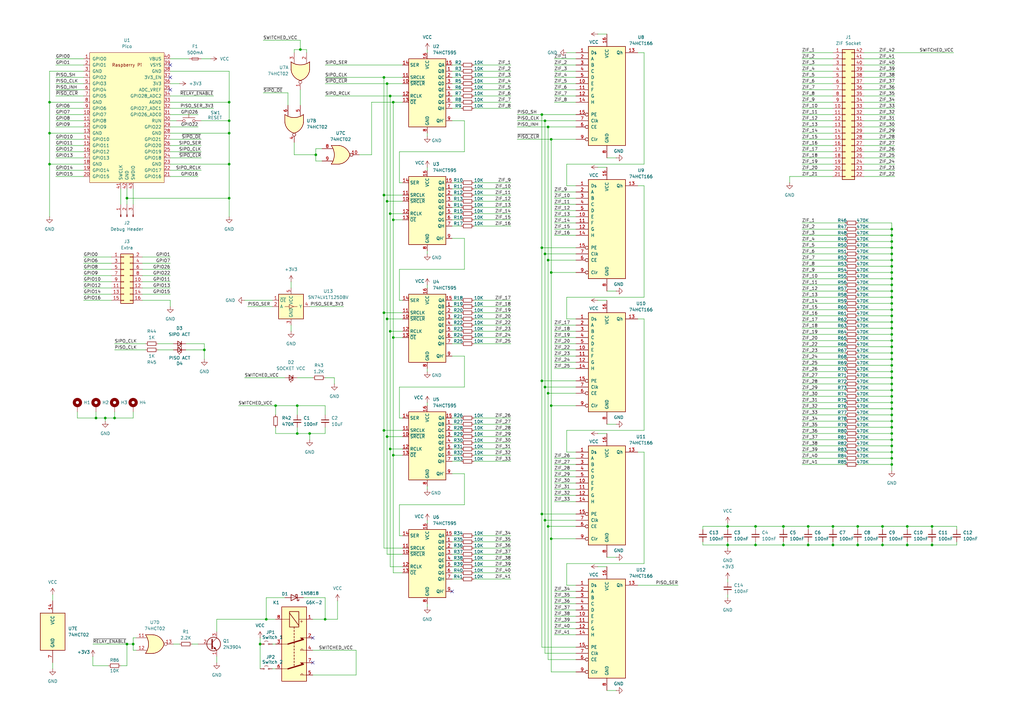
<source format=kicad_sch>
(kicad_sch (version 20231120) (generator "eeschema") (generator_version "8.0")
  (paper "A3")
  (lib_symbols
    (symbol "74xx:74HC02" (pin_names (offset 1.016))
      (property "Reference" "U" (at 0 1.27 0))
      (property "Value" "74HC02" (at 0 -1.27 0))
      (symbol "74HC02_1_1"
        (pin output inverted (at 7.62 0 180) (length 3.81) (name "~") (number "1"))
        (pin input line (at -7.62 2.54 0) (length 4.318) (name "~") (number "2"))
        (pin input line (at -7.62 -2.54 0) (length 4.318) (name "~") (number "3"))
      )
      (symbol "74HC02_1_2"
        (pin output line (at 7.62 0 180) (length 3.81) (name "~") (number "1"))
        (pin input inverted (at -7.62 2.54 0) (length 3.81) (name "~") (number "2"))
        (pin input inverted (at -7.62 -2.54 0) (length 3.81) (name "~") (number "3"))
      )
      (symbol "74HC02_2_1"
        (pin output inverted (at 7.62 0 180) (length 3.81) (name "~") (number "4"))
        (pin input line (at -7.62 2.54 0) (length 4.318) (name "~") (number "5"))
        (pin input line (at -7.62 -2.54 0) (length 4.318) (name "~") (number "6"))
      )
      (symbol "74HC02_2_2"
        (pin output line (at 7.62 0 180) (length 3.81) (name "~") (number "4"))
        (pin input inverted (at -7.62 2.54 0) (length 3.81) (name "~") (number "5"))
        (pin input inverted (at -7.62 -2.54 0) (length 3.81) (name "~") (number "6"))
      )
      (symbol "74HC02_3_1"
        (pin output inverted (at 7.62 0 180) (length 3.81) (name "~") (number "10"))
        (pin input line (at -7.62 2.54 0) (length 4.318) (name "~") (number "8"))
        (pin input line (at -7.62 -2.54 0) (length 4.318) (name "~") (number "9"))
      )
      (symbol "74HC02_3_2"
        (pin output line (at 7.62 0 180) (length 3.81) (name "~") (number "10"))
        (pin input inverted (at -7.62 2.54 0) (length 3.81) (name "~") (number "8"))
        (pin input inverted (at -7.62 -2.54 0) (length 3.81) (name "~") (number "9"))
      )
      (symbol "74HC02_4_1"
        (pin input line (at -7.62 2.54 0) (length 4.318) (name "~") (number "11"))
        (pin input line (at -7.62 -2.54 0) (length 4.318) (name "~") (number "12"))
        (pin output inverted (at 7.62 0 180) (length 3.81) (name "~") (number "13"))
      )
      (symbol "74HC02_4_2"
        (pin input inverted (at -7.62 2.54 0) (length 3.81) (name "~") (number "11"))
        (pin input inverted (at -7.62 -2.54 0) (length 3.81) (name "~") (number "12"))
        (pin output line (at 7.62 0 180) (length 3.81) (name "~") (number "13"))
      )
      (symbol "74HC02_5_0"
        (pin power_in line (at 0 12.7 270) (length 5.08) (name "VCC") (number "14"))
        (pin power_in line (at 0 -12.7 90) (length 5.08) (name "GND") (number "7"))
      )
    )
    (symbol "74xx:74HC595"
      (property "Reference" "U" (at -7.62 13.97 0))
      (property "Value" "74HC595" (at -7.62 -16.51 0))
      (symbol "74HC595_1_0"
        (pin tri_state line (at 10.16 7.62 180) (length 2.54) (name "QB") (number "1"))
        (pin input line (at -10.16 2.54 0) (length 2.54) (name "~{SRCLR}") (number "10"))
        (pin input line (at -10.16 5.08 0) (length 2.54) (name "SRCLK") (number "11"))
        (pin input line (at -10.16 -2.54 0) (length 2.54) (name "RCLK") (number "12"))
        (pin input line (at -10.16 -5.08 0) (length 2.54) (name "~{OE}") (number "13"))
        (pin input line (at -10.16 10.16 0) (length 2.54) (name "SER") (number "14"))
        (pin tri_state line (at 10.16 10.16 180) (length 2.54) (name "QA") (number "15"))
        (pin power_in line (at 0 15.24 270) (length 2.54) (name "VCC") (number "16"))
        (pin tri_state line (at 10.16 5.08 180) (length 2.54) (name "QC") (number "2"))
        (pin tri_state line (at 10.16 2.54 180) (length 2.54) (name "QD") (number "3"))
        (pin tri_state line (at 10.16 0 180) (length 2.54) (name "QE") (number "4"))
        (pin tri_state line (at 10.16 -2.54 180) (length 2.54) (name "QF") (number "5"))
        (pin tri_state line (at 10.16 -5.08 180) (length 2.54) (name "QG") (number "6"))
        (pin tri_state line (at 10.16 -7.62 180) (length 2.54) (name "QH") (number "7"))
        (pin power_in line (at 0 -17.78 90) (length 2.54) (name "GND") (number "8"))
        (pin output line (at 10.16 -12.7 180) (length 2.54) (name "QH'") (number "9"))
      )
    )
    (symbol "74xx:74LS166" (pin_names (offset 1.016))
      (property "Reference" "U" (at -7.62 21.59 0))
      (property "Value" "74LS166" (at -7.62 -21.59 0))
      (symbol "74LS166_1_0"
        (pin input line (at -12.7 17.78 0) (length 5.08) (name "Ds") (number "1"))
        (pin input line (at -12.7 5.08 0) (length 5.08) (name "E") (number "10"))
        (pin input line (at -12.7 2.54 0) (length 5.08) (name "F") (number "11"))
        (pin input line (at -12.7 0 0) (length 5.08) (name "G") (number "12"))
        (pin output line (at 12.7 17.78 180) (length 5.08) (name "Qh") (number "13"))
        (pin input line (at -12.7 -2.54 0) (length 5.08) (name "H") (number "14"))
        (pin input inverted (at -12.7 -7.62 0) (length 5.08) (name "PE") (number "15"))
        (pin power_in line (at 0 25.4 270) (length 5.08) (name "VCC") (number "16"))
        (pin input line (at -12.7 15.24 0) (length 5.08) (name "A") (number "2"))
        (pin input line (at -12.7 12.7 0) (length 5.08) (name "B") (number "3"))
        (pin input line (at -12.7 10.16 0) (length 5.08) (name "C") (number "4"))
        (pin input line (at -12.7 7.62 0) (length 5.08) (name "D") (number "5"))
        (pin input inverted (at -12.7 -12.7 0) (length 5.08) (name "CE") (number "6"))
        (pin input line (at -12.7 -10.16 0) (length 5.08) (name "Clk") (number "7"))
        (pin power_in line (at 0 -25.4 90) (length 5.08) (name "GND") (number "8"))
        (pin input inverted (at -12.7 -17.78 0) (length 5.08) (name "Clr") (number "9"))
      )
    )
    (symbol "Connector:Conn_01x03_Pin" (pin_names (offset 1.016) hide)
      (property "Reference" "J" (at 0 5.08 0))
      (property "Value" "Conn_01x03_Pin" (at 0 -5.08 0))
      (symbol "Conn_01x03_Pin_1_1"
        (pin passive line (at 5.08 2.54 180) (length 3.81) (name "Pin_1") (number "1"))
        (pin passive line (at 5.08 0 180) (length 3.81) (name "Pin_2") (number "2"))
        (pin passive line (at 5.08 -2.54 180) (length 3.81) (name "Pin_3") (number "3"))
      )
    )
    (symbol "Connector_Generic:Conn_02x08_Odd_Even" (pin_names (offset 1.016) hide)
      (property "Reference" "J" (at 1.27 10.16 0))
      (property "Value" "Conn_02x08_Odd_Even" (at 1.27 -12.7 0))
      (symbol "Conn_02x08_Odd_Even_1_1"
        (pin passive line (at -5.08 7.62 0) (length 3.81) (name "Pin_1") (number "1"))
        (pin passive line (at 7.62 -2.54 180) (length 3.81) (name "Pin_10") (number "10"))
        (pin passive line (at -5.08 -5.08 0) (length 3.81) (name "Pin_11") (number "11"))
        (pin passive line (at 7.62 -5.08 180) (length 3.81) (name "Pin_12") (number "12"))
        (pin passive line (at -5.08 -7.62 0) (length 3.81) (name "Pin_13") (number "13"))
        (pin passive line (at 7.62 -7.62 180) (length 3.81) (name "Pin_14") (number "14"))
        (pin passive line (at -5.08 -10.16 0) (length 3.81) (name "Pin_15") (number "15"))
        (pin passive line (at 7.62 -10.16 180) (length 3.81) (name "Pin_16") (number "16"))
        (pin passive line (at 7.62 7.62 180) (length 3.81) (name "Pin_2") (number "2"))
        (pin passive line (at -5.08 5.08 0) (length 3.81) (name "Pin_3") (number "3"))
        (pin passive line (at 7.62 5.08 180) (length 3.81) (name "Pin_4") (number "4"))
        (pin passive line (at -5.08 2.54 0) (length 3.81) (name "Pin_5") (number "5"))
        (pin passive line (at 7.62 2.54 180) (length 3.81) (name "Pin_6") (number "6"))
        (pin passive line (at -5.08 0 0) (length 3.81) (name "Pin_7") (number "7"))
        (pin passive line (at 7.62 0 180) (length 3.81) (name "Pin_8") (number "8"))
        (pin passive line (at -5.08 -2.54 0) (length 3.81) (name "Pin_9") (number "9"))
      )
    )
    (symbol "Connector_Generic:Conn_02x21_Counter_Clockwise" (pin_names (offset 1.016) hide)
      (property "Reference" "J" (at 1.27 27.94 0))
      (property "Value" "Conn_02x21_Counter_Clockwise" (at 1.27 -27.94 0))
      (symbol "Conn_02x21_Counter_Clockwise_1_1"
        (pin passive line (at -5.08 25.4 0) (length 3.81) (name "Pin_1") (number "1"))
        (pin passive line (at -5.08 2.54 0) (length 3.81) (name "Pin_10") (number "10"))
        (pin passive line (at -5.08 0 0) (length 3.81) (name "Pin_11") (number "11"))
        (pin passive line (at -5.08 -2.54 0) (length 3.81) (name "Pin_12") (number "12"))
        (pin passive line (at -5.08 -5.08 0) (length 3.81) (name "Pin_13") (number "13"))
        (pin passive line (at -5.08 -7.62 0) (length 3.81) (name "Pin_14") (number "14"))
        (pin passive line (at -5.08 -10.16 0) (length 3.81) (name "Pin_15") (number "15"))
        (pin passive line (at -5.08 -12.7 0) (length 3.81) (name "Pin_16") (number "16"))
        (pin passive line (at -5.08 -15.24 0) (length 3.81) (name "Pin_17") (number "17"))
        (pin passive line (at -5.08 -17.78 0) (length 3.81) (name "Pin_18") (number "18"))
        (pin passive line (at -5.08 -20.32 0) (length 3.81) (name "Pin_19") (number "19"))
        (pin passive line (at -5.08 22.86 0) (length 3.81) (name "Pin_2") (number "2"))
        (pin passive line (at -5.08 -22.86 0) (length 3.81) (name "Pin_20") (number "20"))
        (pin passive line (at -5.08 -25.4 0) (length 3.81) (name "Pin_21") (number "21"))
        (pin passive line (at 7.62 -25.4 180) (length 3.81) (name "Pin_22") (number "22"))
        (pin passive line (at 7.62 -22.86 180) (length 3.81) (name "Pin_23") (number "23"))
        (pin passive line (at 7.62 -20.32 180) (length 3.81) (name "Pin_24") (number "24"))
        (pin passive line (at 7.62 -17.78 180) (length 3.81) (name "Pin_25") (number "25"))
        (pin passive line (at 7.62 -15.24 180) (length 3.81) (name "Pin_26") (number "26"))
        (pin passive line (at 7.62 -12.7 180) (length 3.81) (name "Pin_27") (number "27"))
        (pin passive line (at 7.62 -10.16 180) (length 3.81) (name "Pin_28") (number "28"))
        (pin passive line (at 7.62 -7.62 180) (length 3.81) (name "Pin_29") (number "29"))
        (pin passive line (at -5.08 20.32 0) (length 3.81) (name "Pin_3") (number "3"))
        (pin passive line (at 7.62 -5.08 180) (length 3.81) (name "Pin_30") (number "30"))
        (pin passive line (at 7.62 -2.54 180) (length 3.81) (name "Pin_31") (number "31"))
        (pin passive line (at 7.62 0 180) (length 3.81) (name "Pin_32") (number "32"))
        (pin passive line (at 7.62 2.54 180) (length 3.81) (name "Pin_33") (number "33"))
        (pin passive line (at 7.62 5.08 180) (length 3.81) (name "Pin_34") (number "34"))
        (pin passive line (at 7.62 7.62 180) (length 3.81) (name "Pin_35") (number "35"))
        (pin passive line (at 7.62 10.16 180) (length 3.81) (name "Pin_36") (number "36"))
        (pin passive line (at 7.62 12.7 180) (length 3.81) (name "Pin_37") (number "37"))
        (pin passive line (at 7.62 15.24 180) (length 3.81) (name "Pin_38") (number "38"))
        (pin passive line (at 7.62 17.78 180) (length 3.81) (name "Pin_39") (number "39"))
        (pin passive line (at -5.08 17.78 0) (length 3.81) (name "Pin_4") (number "4"))
        (pin passive line (at 7.62 20.32 180) (length 3.81) (name "Pin_40") (number "40"))
        (pin passive line (at 7.62 22.86 180) (length 3.81) (name "Pin_41") (number "41"))
        (pin passive line (at 7.62 25.4 180) (length 3.81) (name "Pin_42") (number "42"))
        (pin passive line (at -5.08 15.24 0) (length 3.81) (name "Pin_5") (number "5"))
        (pin passive line (at -5.08 12.7 0) (length 3.81) (name "Pin_6") (number "6"))
        (pin passive line (at -5.08 10.16 0) (length 3.81) (name "Pin_7") (number "7"))
        (pin passive line (at -5.08 7.62 0) (length 3.81) (name "Pin_8") (number "8"))
        (pin passive line (at -5.08 5.08 0) (length 3.81) (name "Pin_9") (number "9"))
      )
    )
    (symbol "Device:C_Small" (pin_numbers hide) (pin_names (offset 0.254) hide)
      (property "Reference" "C" (at 0.254 1.778 0))
      (property "Value" "C_Small" (at 0.254 -2.032 0))
      (symbol "C_Small_1_1"
        (pin passive line (at 0 2.54 270) (length 2.032) (name "~") (number "1"))
        (pin passive line (at 0 -2.54 90) (length 2.032) (name "~") (number "2"))
      )
    )
    (symbol "Device:Fuse_Small" (pin_numbers hide) (pin_names (offset 0.254) hide)
      (property "Reference" "F" (at 0 -1.524 0))
      (property "Value" "Fuse_Small" (at 0 1.524 0))
      (symbol "Fuse_Small_1_1"
        (pin passive line (at -2.54 0 0) (length 1.27) (name "~") (number "1"))
        (pin passive line (at 2.54 0 180) (length 1.27) (name "~") (number "2"))
      )
    )
    (symbol "Device:LED_Small" (pin_numbers hide) (pin_names (offset 0.254) hide)
      (property "Reference" "D" (at -1.27 3.175 0))
      (property "Value" "LED_Small" (at -4.445 -2.54 0))
      (symbol "LED_Small_1_1"
        (pin passive line (at -2.54 0 0) (length 1.778) (name "K") (number "1"))
        (pin passive line (at 2.54 0 180) (length 1.778) (name "A") (number "2"))
      )
    )
    (symbol "Device:R_Small" (pin_numbers hide) (pin_names (offset 0.254) hide)
      (property "Reference" "R" (at 0.762 0.508 0))
      (property "Value" "R_Small" (at 0.762 -1.016 0))
      (symbol "R_Small_1_1"
        (pin passive line (at 0 2.54 270) (length 0.762) (name "~") (number "1"))
        (pin passive line (at 0 -2.54 90) (length 0.762) (name "~") (number "2"))
      )
    )
    (symbol "Diode:1N5818" (pin_numbers hide) (pin_names (offset 1.016) hide)
      (property "Reference" "D" (at 0 2.54 0))
      (property "Value" "1N5818" (at 0 -2.54 0))
      (symbol "1N5818_1_1"
        (pin passive line (at -3.81 0 0) (length 2.54) (name "K") (number "1"))
        (pin passive line (at 3.81 0 180) (length 2.54) (name "A") (number "2"))
      )
    )
    (symbol "Jumper:Jumper_2_Small_Open" (pin_numbers hide) (pin_names (offset 0) hide) (exclude_from_sim yes)
      (property "Reference" "JP" (at 0 2.794 0))
      (property "Value" "Jumper_2_Small_Open" (at 0 -2.286 0))
      (symbol "Jumper_2_Small_Open_1_1"
        (pin passive line (at -2.54 0 0) (length 1.27) (name "A") (number "1"))
        (pin passive line (at 2.54 0 180) (length 1.27) (name "B") (number "2"))
      )
    )
    (symbol "Logic_LevelTranslator:SN74LV1T125DBV"
      (property "Reference" "U" (at 5.08 6.35 0))
      (property "Value" "SN74LV1T125DBV" (at 5.08 3.81 0))
      (symbol "SN74LV1T125DBV_1_1"
        (pin input line (at -7.62 2.54 0) (length 2.54) (name "~{OE}") (number "1"))
        (pin input line (at -7.62 0 0) (length 2.54) (name "A") (number "2"))
        (pin power_in line (at 0 -7.62 90) (length 2.54) (name "GND") (number "3"))
        (pin output line (at 7.62 0 180) (length 2.54) (name "Y") (number "4"))
        (pin power_in line (at 0 7.62 270) (length 2.54) (name "VCC") (number "5"))
      )
    )
    (symbol "MCU_RaspberryPi_and_Boards:Pico" (pin_names (offset 1.016))
      (property "Reference" "U" (at -13.97 27.94 0))
      (property "Value" "Pico" (at 0 19.05 0))
      (symbol "Pico_0_0"
        (text "Raspberry Pi" (at 0 21.59 0) (effects (font (size 1.27 1.27))))
      )
      (symbol "Pico_1_1"
        (pin bidirectional line (at -17.78 24.13 0) (length 2.54) (name "GPIO0") (number "1"))
        (pin bidirectional line (at -17.78 1.27 0) (length 2.54) (name "GPIO7") (number "10"))
        (pin bidirectional line (at -17.78 -1.27 0) (length 2.54) (name "GPIO8") (number "11"))
        (pin bidirectional line (at -17.78 -3.81 0) (length 2.54) (name "GPIO9") (number "12"))
        (pin power_in line (at -17.78 -6.35 0) (length 2.54) (name "GND") (number "13"))
        (pin bidirectional line (at -17.78 -8.89 0) (length 2.54) (name "GPIO10") (number "14"))
        (pin bidirectional line (at -17.78 -11.43 0) (length 2.54) (name "GPIO11") (number "15"))
        (pin bidirectional line (at -17.78 -13.97 0) (length 2.54) (name "GPIO12") (number "16"))
        (pin bidirectional line (at -17.78 -16.51 0) (length 2.54) (name "GPIO13") (number "17"))
        (pin power_in line (at -17.78 -19.05 0) (length 2.54) (name "GND") (number "18"))
        (pin bidirectional line (at -17.78 -21.59 0) (length 2.54) (name "GPIO14") (number "19"))
        (pin bidirectional line (at -17.78 21.59 0) (length 2.54) (name "GPIO1") (number "2"))
        (pin bidirectional line (at -17.78 -24.13 0) (length 2.54) (name "GPIO15") (number "20"))
        (pin bidirectional line (at 17.78 -24.13 180) (length 2.54) (name "GPIO16") (number "21"))
        (pin bidirectional line (at 17.78 -21.59 180) (length 2.54) (name "GPIO17") (number "22"))
        (pin power_in line (at 17.78 -19.05 180) (length 2.54) (name "GND") (number "23"))
        (pin bidirectional line (at 17.78 -16.51 180) (length 2.54) (name "GPIO18") (number "24"))
        (pin bidirectional line (at 17.78 -13.97 180) (length 2.54) (name "GPIO19") (number "25"))
        (pin bidirectional line (at 17.78 -11.43 180) (length 2.54) (name "GPIO20") (number "26"))
        (pin bidirectional line (at 17.78 -8.89 180) (length 2.54) (name "GPIO21") (number "27"))
        (pin power_in line (at 17.78 -6.35 180) (length 2.54) (name "GND") (number "28"))
        (pin bidirectional line (at 17.78 -3.81 180) (length 2.54) (name "GPIO22") (number "29"))
        (pin power_in line (at -17.78 19.05 0) (length 2.54) (name "GND") (number "3"))
        (pin input line (at 17.78 -1.27 180) (length 2.54) (name "RUN") (number "30"))
        (pin bidirectional line (at 17.78 1.27 180) (length 2.54) (name "GPIO26_ADC0") (number "31"))
        (pin bidirectional line (at 17.78 3.81 180) (length 2.54) (name "GPIO27_ADC1") (number "32"))
        (pin power_in line (at 17.78 6.35 180) (length 2.54) (name "AGND") (number "33"))
        (pin bidirectional line (at 17.78 8.89 180) (length 2.54) (name "GPIO28_ADC2") (number "34"))
        (pin unspecified line (at 17.78 11.43 180) (length 2.54) (name "ADC_VREF") (number "35"))
        (pin unspecified line (at 17.78 13.97 180) (length 2.54) (name "3V3") (number "36"))
        (pin input line (at 17.78 16.51 180) (length 2.54) (name "3V3_EN") (number "37"))
        (pin bidirectional line (at 17.78 19.05 180) (length 2.54) (name "GND") (number "38"))
        (pin unspecified line (at 17.78 21.59 180) (length 2.54) (name "VSYS") (number "39"))
        (pin bidirectional line (at -17.78 16.51 0) (length 2.54) (name "GPIO2") (number "4"))
        (pin unspecified line (at 17.78 24.13 180) (length 2.54) (name "VBUS") (number "40"))
        (pin input line (at -2.54 -29.21 90) (length 2.54) (name "SWCLK") (number "41"))
        (pin power_in line (at 0 -29.21 90) (length 2.54) (name "GND") (number "42"))
        (pin bidirectional line (at 2.54 -29.21 90) (length 2.54) (name "SWDIO") (number "43"))
        (pin bidirectional line (at -17.78 13.97 0) (length 2.54) (name "GPIO3") (number "5"))
        (pin bidirectional line (at -17.78 11.43 0) (length 2.54) (name "GPIO4") (number "6"))
        (pin bidirectional line (at -17.78 8.89 0) (length 2.54) (name "GPIO5") (number "7"))
        (pin power_in line (at -17.78 6.35 0) (length 2.54) (name "GND") (number "8"))
        (pin bidirectional line (at -17.78 3.81 0) (length 2.54) (name "GPIO6") (number "9"))
      )
    )
    (symbol "Mechanical:MountingHole_Pad" (pin_numbers hide) (pin_names (offset 1.016) hide) (exclude_from_sim yes) (in_bom no)
      (property "Reference" "H" (at 0 6.35 0))
      (property "Value" "MountingHole_Pad" (at 0 4.445 0))
      (symbol "MountingHole_Pad_1_1"
        (pin input line (at 0 -2.54 90) (length 2.54) (name "1") (number "1"))
      )
    )
    (symbol "Relay:G6K-2"
      (property "Reference" "K" (at 16.51 3.81 0))
      (property "Value" "G6K-2" (at 16.51 1.27 0))
      (symbol "G6K-2_0_0"
        (text "+" (at -9.271 2.921 0) (effects (font (size 1.27 1.27))))
      )
      (symbol "G6K-2_1_1"
        (pin passive line (at -10.16 7.62 270) (length 2.54) (name "~") (number "1"))
        (pin passive line (at -2.54 7.62 270) (length 2.54) (name "~") (number "2"))
        (pin passive line (at 0 -7.62 90) (length 2.54) (name "~") (number "3"))
        (pin passive line (at 2.54 7.62 270) (length 2.54) (name "~") (number "4"))
        (pin passive line (at 12.7 7.62 270) (length 2.54) (name "~") (number "5"))
        (pin passive line (at 10.16 -7.62 90) (length 2.54) (name "~") (number "6"))
        (pin passive line (at 7.62 7.62 270) (length 2.54) (name "~") (number "7"))
        (pin passive line (at -10.16 -7.62 90) (length 2.54) (name "~") (number "8"))
      )
    )
    (symbol "Switch:SW_Push" (pin_numbers hide) (pin_names (offset 1.016) hide)
      (property "Reference" "SW" (at 1.27 2.54 0))
      (property "Value" "SW_Push" (at 0 -1.524 0))
      (symbol "SW_Push_0_1"
        (pin passive line (at -5.08 0 0) (length 2.54) (name "1") (number "1"))
        (pin passive line (at 5.08 0 180) (length 2.54) (name "2") (number "2"))
      )
    )
    (symbol "Transistor_BJT:2N3904" (pin_names (offset 0) hide)
      (property "Reference" "Q" (at 5.08 1.905 0))
      (property "Value" "2N3904" (at 5.08 0 0))
      (symbol "2N3904_1_1"
        (pin passive line (at 2.54 -5.08 90) (length 2.54) (name "E") (number "1"))
        (pin passive line (at -5.08 0 0) (length 5.715) (name "B") (number "2"))
        (pin passive line (at 2.54 5.08 270) (length 2.54) (name "C") (number "3"))
      )
    )
    (symbol "power:+3V3" (power) (pin_numbers hide) (pin_names (offset 0) hide)
      (property "Value" "+3V3" (at 0 3.556 0))
      (symbol "+3V3_1_1"
        (pin power_in line (at 0 0 90) (length 0) (name "~") (number "1"))
      )
    )
    (symbol "power:GND" (power) (pin_numbers hide) (pin_names (offset 0) hide)
      (property "Value" "GND" (at 0 -3.81 0))
      (symbol "GND_1_1"
        (pin power_in line (at 0 0 270) (length 0) (name "~") (number "1"))
      )
    )
    (symbol "power:VCC" (power) (pin_numbers hide) (pin_names (offset 0) hide)
      (property "Value" "VCC" (at 0 3.556 0))
      (symbol "VCC_1_1"
        (pin power_in line (at 0 0 90) (length 0) (name "~") (number "1"))
      )
    )
  )
  (junction (at 158.75 34.29))
  (junction (at 222.25 210.82))
  (junction (at 365.76 167.64))
  (junction (at 223.52 158.75))
  (junction (at 365.76 127))
  (junction (at 20.32 41.91))
  (junction (at 382.27 215.9))
  (junction (at 365.76 104.14))
  (junction (at 331.47 215.9))
  (junction (at 365.76 137.16))
  (junction (at 161.29 138.43))
  (junction (at 226.06 166.37))
  (junction (at 160.02 87.63))
  (junction (at 223.52 213.36))
  (junction (at 129.54 63.5))
  (junction (at 226.06 220.98))
  (junction (at 226.06 111.76))
  (junction (at 222.25 101.6))
  (junction (at 158.75 179.07))
  (junction (at 224.79 106.68))
  (junction (at 321.31 223.52))
  (junction (at 365.76 93.98))
  (junction (at 365.76 99.06))
  (junction (at 365.76 134.62))
  (junction (at 365.76 162.56))
  (junction (at 365.76 111.76))
  (junction (at 365.76 124.46))
  (junction (at 365.76 139.7))
  (junction (at 351.79 223.52))
  (junction (at 365.76 185.42))
  (junction (at 365.76 119.38))
  (junction (at 309.88 215.9))
  (junction (at 20.32 54.61))
  (junction (at 160.02 135.89))
  (junction (at 93.98 41.91))
  (junction (at 365.76 165.1))
  (junction (at 127 177.8))
  (junction (at 365.76 106.68))
  (junction (at 223.52 49.53))
  (junction (at 361.95 223.52))
  (junction (at 157.48 31.75))
  (junction (at 226.06 57.15))
  (junction (at 93.98 67.31))
  (junction (at 224.79 215.9))
  (junction (at 365.76 187.96))
  (junction (at 365.76 180.34))
  (junction (at 93.98 49.53))
  (junction (at 365.76 129.54))
  (junction (at 157.48 80.01))
  (junction (at 39.37 171.45))
  (junction (at 161.29 41.91))
  (junction (at 298.45 223.52))
  (junction (at 365.76 157.48))
  (junction (at 365.76 149.86))
  (junction (at 365.76 101.6))
  (junction (at 365.76 172.72))
  (junction (at 93.98 81.28))
  (junction (at 321.31 215.9))
  (junction (at 309.88 223.52))
  (junction (at 157.48 128.27))
  (junction (at 382.27 223.52))
  (junction (at 113.03 166.37))
  (junction (at 365.76 121.92))
  (junction (at 365.76 154.94))
  (junction (at 224.79 52.07))
  (junction (at 158.75 82.55))
  (junction (at 158.75 130.81))
  (junction (at 365.76 109.22))
  (junction (at 365.76 116.84))
  (junction (at 365.76 170.18))
  (junction (at 365.76 177.8))
  (junction (at 341.63 215.9))
  (junction (at 361.95 215.9))
  (junction (at 224.79 161.29))
  (junction (at 157.48 176.53))
  (junction (at 52.07 81.28))
  (junction (at 331.47 223.52))
  (junction (at 46.99 171.45))
  (junction (at 365.76 144.78))
  (junction (at 52.07 264.16))
  (junction (at 365.76 147.32))
  (junction (at 106.68 264.16))
  (junction (at 20.32 67.31))
  (junction (at 365.76 152.4))
  (junction (at 372.11 215.9))
  (junction (at 365.76 175.26))
  (junction (at 223.52 104.14))
  (junction (at 161.29 90.17))
  (junction (at 365.76 182.88))
  (junction (at 123.19 20.32))
  (junction (at 365.76 114.3))
  (junction (at 365.76 132.08))
  (junction (at 341.63 223.52))
  (junction (at 121.92 166.37))
  (junction (at 365.76 160.02))
  (junction (at 109.22 254))
  (junction (at 54.61 264.16))
  (junction (at 351.79 215.9))
  (junction (at 83.82 143.51))
  (junction (at 365.76 96.52))
  (junction (at 365.76 142.24))
  (junction (at 222.25 46.99))
  (junction (at 161.29 186.69))
  (junction (at 222.25 156.21))
  (junction (at 298.45 215.9))
  (junction (at 121.92 177.8))
  (junction (at 43.18 171.45))
  (junction (at 372.11 223.52))
  (junction (at 133.35 254))
  (junction (at 93.98 54.61))
  (junction (at 160.02 184.15))
  (junction (at 160.02 39.37))
  (junction (at 365.76 190.5))
  (no_connect (at 128.27 271.78))
  (no_connect (at 69.85 36.83))
  (no_connect (at 69.85 31.75))
  (no_connect (at 185.42 242.57))
  (no_connect (at 128.27 261.62))
  (no_connect (at 69.85 26.67))
  (wire (pts (xy 22.86 39.37) (xy 34.29 39.37)))
  (wire (pts (xy 365.76 175.26) (xy 365.76 177.8)))
  (wire (pts (xy 351.79 152.4) (xy 365.76 152.4)))
  (wire (pts (xy 351.79 121.92) (xy 365.76 121.92)))
  (wire (pts (xy 331.47 223.52) (xy 341.63 223.52)))
  (wire (pts (xy 328.93 41.91) (xy 341.63 41.91)))
  (wire (pts (xy 341.63 215.9) (xy 351.79 215.9)))
  (wire (pts (xy 83.82 143.51) (xy 83.82 147.32)))
  (wire (pts (xy 121.92 177.8) (xy 127 177.8)))
  (wire (pts (xy 185.42 80.01) (xy 189.23 80.01)))
  (wire (pts (xy 194.31 176.53) (xy 209.55 176.53)))
  (wire (pts (xy 20.32 54.61) (xy 20.32 41.91)))
  (wire (pts (xy 224.79 106.68) (xy 224.79 161.29)))
  (wire (pts (xy 20.32 88.9) (xy 20.32 67.31)))
  (wire (pts (xy 245.11 13.97) (xy 248.92 13.97)))
  (wire (pts (xy 224.79 52.07) (xy 224.79 106.68)))
  (wire (pts (xy 20.32 54.61) (xy 34.29 54.61)))
  (wire (pts (xy 354.33 26.67) (xy 367.03 26.67)))
  (wire (pts (xy 354.33 69.85) (xy 367.03 69.85)))
  (wire (pts (xy 129.54 60.96) (xy 129.54 63.5)))
  (wire (pts (xy 261.62 21.59) (xy 264.16 21.59)))
  (wire (pts (xy 93.98 41.91) (xy 93.98 49.53)))
  (wire (pts (xy 264.16 176.53) (xy 232.41 176.53)))
  (wire (pts (xy 227.33 83.82) (xy 236.22 83.82)))
  (wire (pts (xy 212.09 52.07) (xy 224.79 52.07)))
  (wire (pts (xy 22.86 69.85) (xy 34.29 69.85)))
  (wire (pts (xy 52.07 264.16) (xy 54.61 264.16)))
  (wire (pts (xy 194.31 87.63) (xy 209.55 87.63)))
  (wire (pts (xy 227.33 198.12) (xy 236.22 198.12)))
  (wire (pts (xy 232.41 130.81) (xy 236.22 130.81)))
  (wire (pts (xy 107.95 38.1) (xy 118.11 38.1)))
  (wire (pts (xy 328.93 157.48) (xy 346.71 157.48)))
  (wire (pts (xy 109.22 254) (xy 109.22 245.11)))
  (wire (pts (xy 22.86 72.39) (xy 34.29 72.39)))
  (wire (pts (xy 185.42 135.89) (xy 189.23 135.89)))
  (wire (pts (xy 194.31 31.75) (xy 209.55 31.75)))
  (wire (pts (xy 185.42 140.97) (xy 189.23 140.97)))
  (wire (pts (xy 351.79 180.34) (xy 365.76 180.34)))
  (wire (pts (xy 351.79 106.68) (xy 365.76 106.68)))
  (wire (pts (xy 82.55 49.53) (xy 93.98 49.53)))
  (wire (pts (xy 133.35 31.75) (xy 157.48 31.75)))
  (wire (pts (xy 175.26 247.65) (xy 175.26 248.92)))
  (wire (pts (xy 365.76 157.48) (xy 365.76 160.02)))
  (wire (pts (xy 351.79 124.46) (xy 365.76 124.46)))
  (wire (pts (xy 83.82 140.97) (xy 83.82 143.51)))
  (wire (pts (xy 185.42 34.29) (xy 189.23 34.29)))
  (wire (pts (xy 152.4 41.91) (xy 161.29 41.91)))
  (wire (pts (xy 309.88 223.52) (xy 321.31 223.52)))
  (wire (pts (xy 354.33 29.21) (xy 367.03 29.21)))
  (wire (pts (xy 226.06 111.76) (xy 226.06 166.37)))
  (wire (pts (xy 328.93 44.45) (xy 341.63 44.45)))
  (wire (pts (xy 261.62 130.81) (xy 264.16 130.81)))
  (wire (pts (xy 227.33 41.91) (xy 236.22 41.91)))
  (wire (pts (xy 158.75 179.07) (xy 165.1 179.07)))
  (wire (pts (xy 185.42 227.33) (xy 189.23 227.33)))
  (wire (pts (xy 227.33 138.43) (xy 236.22 138.43)))
  (wire (pts (xy 39.37 168.91) (xy 39.37 171.45)))
  (wire (pts (xy 264.16 231.14) (xy 232.41 231.14)))
  (wire (pts (xy 119.38 115.57) (xy 119.38 118.11)))
  (wire (pts (xy 328.93 142.24) (xy 346.71 142.24)))
  (wire (pts (xy 227.33 250.19) (xy 236.22 250.19)))
  (wire (pts (xy 351.79 127) (xy 365.76 127)))
  (wire (pts (xy 158.75 130.81) (xy 158.75 179.07)))
  (wire (pts (xy 328.93 144.78) (xy 346.71 144.78)))
  (wire (pts (xy 245.11 232.41) (xy 248.92 232.41)))
  (wire (pts (xy 185.42 36.83) (xy 189.23 36.83)))
  (wire (pts (xy 351.79 167.64) (xy 365.76 167.64)))
  (wire (pts (xy 190.5 62.23) (xy 163.83 62.23)))
  (wire (pts (xy 328.93 167.64) (xy 346.71 167.64)))
  (wire (pts (xy 113.03 175.26) (xy 113.03 177.8)))
  (wire (pts (xy 194.31 41.91) (xy 209.55 41.91)))
  (wire (pts (xy 351.79 101.6) (xy 365.76 101.6)))
  (wire (pts (xy 264.16 121.92) (xy 232.41 121.92)))
  (wire (pts (xy 365.76 190.5) (xy 365.76 193.04)))
  (wire (pts (xy 328.93 64.77) (xy 341.63 64.77)))
  (wire (pts (xy 224.79 215.9) (xy 236.22 215.9)))
  (wire (pts (xy 21.59 243.84) (xy 21.59 246.38)))
  (wire (pts (xy 120.65 58.42) (xy 120.65 63.5)))
  (wire (pts (xy 328.93 185.42) (xy 346.71 185.42)))
  (wire (pts (xy 101.6 125.73) (xy 111.76 125.73)))
  (wire (pts (xy 185.42 234.95) (xy 189.23 234.95)))
  (wire (pts (xy 354.33 46.99) (xy 367.03 46.99)))
  (wire (pts (xy 392.43 215.9) (xy 392.43 217.17)))
  (wire (pts (xy 365.76 93.98) (xy 365.76 96.52)))
  (wire (pts (xy 223.52 104.14) (xy 223.52 158.75)))
  (wire (pts (xy 88.9 269.24) (xy 88.9 271.78)))
  (wire (pts (xy 20.32 67.31) (xy 20.32 54.61)))
  (wire (pts (xy 194.31 44.45) (xy 209.55 44.45)))
  (wire (pts (xy 34.29 107.95) (xy 45.72 107.95)))
  (wire (pts (xy 328.93 127) (xy 346.71 127)))
  (wire (pts (xy 328.93 24.13) (xy 341.63 24.13)))
  (wire (pts (xy 160.02 87.63) (xy 160.02 135.89)))
  (wire (pts (xy 190.5 194.31) (xy 190.5 207.01)))
  (wire (pts (xy 223.52 213.36) (xy 223.52 267.97)))
  (wire (pts (xy 161.29 138.43) (xy 161.29 186.69)))
  (wire (pts (xy 328.93 52.07) (xy 341.63 52.07)))
  (wire (pts (xy 226.06 220.98) (xy 226.06 275.59)))
  (wire (pts (xy 328.93 91.44) (xy 346.71 91.44)))
  (wire (pts (xy 54.61 261.62) (xy 54.61 264.16)))
  (wire (pts (xy 222.25 101.6) (xy 222.25 156.21)))
  (wire (pts (xy 194.31 219.71) (xy 209.55 219.71)))
  (wire (pts (xy 20.32 41.91) (xy 34.29 41.91)))
  (wire (pts (xy 185.42 97.79) (xy 190.5 97.79)))
  (wire (pts (xy 351.79 157.48) (xy 365.76 157.48)))
  (wire (pts (xy 354.33 54.61) (xy 367.03 54.61)))
  (wire (pts (xy 321.31 223.52) (xy 331.47 223.52)))
  (wire (pts (xy 288.29 217.17) (xy 288.29 215.9)))
  (wire (pts (xy 121.92 166.37) (xy 133.35 166.37)))
  (wire (pts (xy 175.26 20.32) (xy 175.26 21.59)))
  (wire (pts (xy 116.84 154.94) (xy 100.33 154.94)))
  (wire (pts (xy 328.93 187.96) (xy 346.71 187.96)))
  (wire (pts (xy 309.88 215.9) (xy 309.88 217.17)))
  (wire (pts (xy 160.02 135.89) (xy 165.1 135.89)))
  (wire (pts (xy 351.79 116.84) (xy 365.76 116.84)))
  (wire (pts (xy 111.76 264.16) (xy 113.03 264.16)))
  (wire (pts (xy 365.76 152.4) (xy 365.76 154.94)))
  (wire (pts (xy 158.75 130.81) (xy 165.1 130.81)))
  (wire (pts (xy 194.31 26.67) (xy 209.55 26.67)))
  (wire (pts (xy 22.86 44.45) (xy 34.29 44.45)))
  (wire (pts (xy 351.79 91.44) (xy 365.76 91.44)))
  (wire (pts (xy 190.5 158.75) (xy 163.83 158.75)))
  (wire (pts (xy 382.27 222.25) (xy 382.27 223.52)))
  (wire (pts (xy 351.79 142.24) (xy 365.76 142.24)))
  (wire (pts (xy 106.68 261.62) (xy 106.68 264.16)))
  (wire (pts (xy 365.76 104.14) (xy 365.76 106.68)))
  (wire (pts (xy 133.35 166.37) (xy 133.35 170.18)))
  (wire (pts (xy 100.33 123.19) (xy 111.76 123.19)))
  (wire (pts (xy 224.79 52.07) (xy 236.22 52.07)))
  (wire (pts (xy 133.35 177.8) (xy 133.35 175.26)))
  (wire (pts (xy 34.29 118.11) (xy 45.72 118.11)))
  (wire (pts (xy 69.85 29.21) (xy 93.98 29.21)))
  (wire (pts (xy 354.33 39.37) (xy 367.03 39.37)))
  (wire (pts (xy 121.92 154.94) (xy 128.27 154.94)))
  (wire (pts (xy 223.52 213.36) (xy 236.22 213.36)))
  (wire (pts (xy 97.79 166.37) (xy 113.03 166.37)))
  (wire (pts (xy 328.93 180.34) (xy 346.71 180.34)))
  (wire (pts (xy 222.25 210.82) (xy 222.25 265.43)))
  (wire (pts (xy 34.29 105.41) (xy 45.72 105.41)))
  (wire (pts (xy 69.85 39.37) (xy 87.63 39.37)))
  (wire (pts (xy 54.61 264.16) (xy 54.61 266.7)))
  (wire (pts (xy 354.33 57.15) (xy 367.03 57.15)))
  (wire (pts (xy 133.35 245.11) (xy 133.35 254)))
  (wire (pts (xy 298.45 243.84) (xy 298.45 245.11)))
  (wire (pts (xy 157.48 176.53) (xy 165.1 176.53)))
  (wire (pts (xy 354.33 36.83) (xy 367.03 36.83)))
  (wire (pts (xy 46.99 168.91) (xy 46.99 171.45)))
  (wire (pts (xy 227.33 29.21) (xy 236.22 29.21)))
  (wire (pts (xy 190.5 110.49) (xy 163.83 110.49)))
  (wire (pts (xy 185.42 44.45) (xy 189.23 44.45)))
  (wire (pts (xy 194.31 181.61) (xy 209.55 181.61)))
  (wire (pts (xy 361.95 223.52) (xy 372.11 223.52)))
  (wire (pts (xy 328.93 36.83) (xy 341.63 36.83)))
  (wire (pts (xy 146.05 276.86) (xy 146.05 266.7)))
  (wire (pts (xy 354.33 21.59) (xy 391.16 21.59)))
  (wire (pts (xy 365.76 121.92) (xy 365.76 124.46)))
  (wire (pts (xy 288.29 222.25) (xy 288.29 223.52)))
  (wire (pts (xy 127 177.8) (xy 127 180.34)))
  (wire (pts (xy 328.93 31.75) (xy 341.63 31.75)))
  (wire (pts (xy 232.41 240.03) (xy 236.22 240.03)))
  (wire (pts (xy 133.35 254) (xy 138.43 254)))
  (wire (pts (xy 21.59 271.78) (xy 21.59 274.32)))
  (wire (pts (xy 160.02 39.37) (xy 165.1 39.37)))
  (wire (pts (xy 227.33 200.66) (xy 236.22 200.66)))
  (wire (pts (xy 157.48 31.75) (xy 157.48 80.01)))
  (wire (pts (xy 194.31 186.69) (xy 209.55 186.69)))
  (wire (pts (xy 298.45 237.49) (xy 298.45 238.76)))
  (wire (pts (xy 127 125.73) (xy 140.97 125.73)))
  (wire (pts (xy 194.31 232.41) (xy 209.55 232.41)))
  (wire (pts (xy 185.42 146.05) (xy 190.5 146.05)))
  (wire (pts (xy 212.09 49.53) (xy 223.52 49.53)))
  (wire (pts (xy 64.77 140.97) (xy 71.12 140.97)))
  (wire (pts (xy 158.75 82.55) (xy 158.75 130.81)))
  (wire (pts (xy 245.11 177.8) (xy 248.92 177.8)))
  (wire (pts (xy 125.73 20.32) (xy 125.73 21.59)))
  (wire (pts (xy 298.45 222.25) (xy 298.45 223.52)))
  (wire (pts (xy 354.33 44.45) (xy 367.03 44.45)))
  (wire (pts (xy 161.29 41.91) (xy 161.29 90.17)))
  (wire (pts (xy 69.85 105.41) (xy 58.42 105.41)))
  (wire (pts (xy 111.76 274.32) (xy 113.03 274.32)))
  (wire (pts (xy 185.42 41.91) (xy 189.23 41.91)))
  (wire (pts (xy 351.79 182.88) (xy 365.76 182.88)))
  (wire (pts (xy 152.4 41.91) (xy 152.4 63.5)))
  (wire (pts (xy 328.93 182.88) (xy 346.71 182.88)))
  (wire (pts (xy 248.92 64.77) (xy 252.73 64.77)))
  (wire (pts (xy 361.95 222.25) (xy 361.95 223.52)))
  (wire (pts (xy 160.02 184.15) (xy 160.02 232.41)))
  (wire (pts (xy 69.85 34.29) (xy 73.66 34.29)))
  (wire (pts (xy 331.47 222.25) (xy 331.47 223.52)))
  (wire (pts (xy 175.26 199.39) (xy 175.26 200.66)))
  (wire (pts (xy 69.85 57.15) (xy 82.55 57.15)))
  (wire (pts (xy 49.53 77.47) (xy 49.53 83.82)))
  (wire (pts (xy 161.29 90.17) (xy 161.29 138.43)))
  (wire (pts (xy 351.79 144.78) (xy 365.76 144.78)))
  (wire (pts (xy 185.42 181.61) (xy 189.23 181.61)))
  (wire (pts (xy 185.42 77.47) (xy 189.23 77.47)))
  (wire (pts (xy 22.86 46.99) (xy 34.29 46.99)))
  (wire (pts (xy 185.42 74.93) (xy 189.23 74.93)))
  (wire (pts (xy 341.63 223.52) (xy 351.79 223.52)))
  (wire (pts (xy 129.54 63.5) (xy 129.54 66.04)))
  (wire (pts (xy 46.99 140.97) (xy 59.69 140.97)))
  (wire (pts (xy 194.31 85.09) (xy 209.55 85.09)))
  (wire (pts (xy 69.85 72.39) (xy 81.28 72.39)))
  (wire (pts (xy 365.76 139.7) (xy 365.76 142.24)))
  (wire (pts (xy 123.19 20.32) (xy 125.73 20.32)))
  (wire (pts (xy 351.79 132.08) (xy 365.76 132.08)))
  (wire (pts (xy 20.32 41.91) (xy 20.32 29.21)))
  (wire (pts (xy 328.93 49.53) (xy 341.63 49.53)))
  (wire (pts (xy 52.07 81.28) (xy 52.07 83.82)))
  (wire (pts (xy 365.76 170.18) (xy 365.76 172.72)))
  (wire (pts (xy 351.79 170.18) (xy 365.76 170.18)))
  (wire (pts (xy 185.42 123.19) (xy 189.23 123.19)))
  (wire (pts (xy 222.25 46.99) (xy 236.22 46.99)))
  (wire (pts (xy 365.76 154.94) (xy 365.76 157.48)))
  (wire (pts (xy 194.31 123.19) (xy 209.55 123.19)))
  (wire (pts (xy 212.09 57.15) (xy 226.06 57.15)))
  (wire (pts (xy 109.22 245.11) (xy 116.84 245.11)))
  (wire (pts (xy 163.83 207.01) (xy 163.83 219.71)))
  (wire (pts (xy 351.79 147.32) (xy 365.76 147.32)))
  (wire (pts (xy 69.85 120.65) (xy 58.42 120.65)))
  (wire (pts (xy 365.76 119.38) (xy 365.76 121.92)))
  (wire (pts (xy 365.76 180.34) (xy 365.76 182.88)))
  (wire (pts (xy 123.19 16.51) (xy 123.19 20.32)))
  (wire (pts (xy 365.76 99.06) (xy 365.76 101.6)))
  (wire (pts (xy 194.31 133.35) (xy 209.55 133.35)))
  (wire (pts (xy 248.92 228.6) (xy 252.73 228.6)))
  (wire (pts (xy 298.45 214.63) (xy 298.45 215.9)))
  (wire (pts (xy 54.61 266.7) (xy 55.88 266.7)))
  (wire (pts (xy 52.07 273.05) (xy 52.07 264.16)))
  (wire (pts (xy 161.29 186.69) (xy 161.29 234.95)))
  (wire (pts (xy 224.79 161.29) (xy 224.79 215.9)))
  (wire (pts (xy 43.18 171.45) (xy 46.99 171.45)))
  (wire (pts (xy 328.93 57.15) (xy 341.63 57.15)))
  (wire (pts (xy 328.93 154.94) (xy 346.71 154.94)))
  (wire (pts (xy 160.02 232.41) (xy 165.1 232.41)))
  (wire (pts (xy 185.42 133.35) (xy 189.23 133.35)))
  (wire (pts (xy 223.52 49.53) (xy 236.22 49.53)))
  (wire (pts (xy 194.31 173.99) (xy 209.55 173.99)))
  (wire (pts (xy 226.06 57.15) (xy 226.06 111.76)))
  (wire (pts (xy 354.33 52.07) (xy 367.03 52.07)))
  (wire (pts (xy 175.26 213.36) (xy 175.26 214.63)))
  (wire (pts (xy 372.11 215.9) (xy 382.27 215.9)))
  (wire (pts (xy 194.31 90.17) (xy 209.55 90.17)))
  (wire (pts (xy 351.79 215.9) (xy 351.79 217.17)))
  (wire (pts (xy 185.42 138.43) (xy 189.23 138.43)))
  (wire (pts (xy 351.79 96.52) (xy 365.76 96.52)))
  (wire (pts (xy 351.79 114.3) (xy 365.76 114.3)))
  (wire (pts (xy 185.42 171.45) (xy 189.23 171.45)))
  (wire (pts (xy 321.31 215.9) (xy 321.31 217.17)))
  (wire (pts (xy 175.26 165.1) (xy 175.26 166.37)))
  (wire (pts (xy 157.48 128.27) (xy 165.1 128.27)))
  (wire (pts (xy 323.85 72.39) (xy 323.85 74.93)))
  (wire (pts (xy 194.31 171.45) (xy 209.55 171.45)))
  (wire (pts (xy 194.31 234.95) (xy 209.55 234.95)))
  (wire (pts (xy 227.33 203.2) (xy 236.22 203.2)))
  (wire (pts (xy 328.93 147.32) (xy 346.71 147.32)))
  (wire (pts (xy 227.33 24.13) (xy 236.22 24.13)))
  (wire (pts (xy 372.11 215.9) (xy 372.11 217.17)))
  (wire (pts (xy 121.92 175.26) (xy 121.92 177.8)))
  (wire (pts (xy 321.31 215.9) (xy 331.47 215.9)))
  (wire (pts (xy 190.5 49.53) (xy 190.5 62.23)))
  (wire (pts (xy 45.72 123.19) (xy 34.29 123.19)))
  (wire (pts (xy 328.93 111.76) (xy 346.71 111.76)))
  (wire (pts (xy 365.76 165.1) (xy 365.76 167.64)))
  (wire (pts (xy 264.16 76.2) (xy 264.16 121.92)))
  (wire (pts (xy 52.07 77.47) (xy 52.07 81.28)))
  (wire (pts (xy 212.09 46.99) (xy 222.25 46.99)))
  (wire (pts (xy 132.08 60.96) (xy 129.54 60.96)))
  (wire (pts (xy 161.29 138.43) (xy 165.1 138.43)))
  (wire (pts (xy 194.31 222.25) (xy 209.55 222.25)))
  (wire (pts (xy 78.74 264.16) (xy 81.28 264.16)))
  (wire (pts (xy 248.92 119.38) (xy 252.73 119.38)))
  (wire (pts (xy 58.42 113.03) (xy 69.85 113.03)))
  (wire (pts (xy 118.11 43.18) (xy 118.11 38.1)))
  (wire (pts (xy 58.42 123.19) (xy 69.85 123.19)))
  (wire (pts (xy 227.33 34.29) (xy 236.22 34.29)))
  (wire (pts (xy 354.33 31.75) (xy 367.03 31.75)))
  (wire (pts (xy 248.92 283.21) (xy 252.73 283.21)))
  (wire (pts (xy 222.25 101.6) (xy 236.22 101.6)))
  (wire (pts (xy 331.47 215.9) (xy 331.47 217.17)))
  (wire (pts (xy 69.85 64.77) (xy 82.55 64.77)))
  (wire (pts (xy 232.41 67.31) (xy 232.41 76.2)))
  (wire (pts (xy 158.75 82.55) (xy 165.1 82.55)))
  (wire (pts (xy 163.83 219.71) (xy 165.1 219.71)))
  (wire (pts (xy 127 177.8) (xy 133.35 177.8)))
  (wire (pts (xy 328.93 121.92) (xy 346.71 121.92)))
  (wire (pts (xy 194.31 34.29) (xy 209.55 34.29)))
  (wire (pts (xy 161.29 90.17) (xy 165.1 90.17)))
  (wire (pts (xy 351.79 139.7) (xy 365.76 139.7)))
  (wire (pts (xy 22.86 31.75) (xy 34.29 31.75)))
  (wire (pts (xy 185.42 128.27) (xy 189.23 128.27)))
  (wire (pts (xy 288.29 215.9) (xy 298.45 215.9)))
  (wire (pts (xy 133.35 34.29) (xy 158.75 34.29)))
  (wire (pts (xy 365.76 114.3) (xy 365.76 116.84)))
  (wire (pts (xy 351.79 172.72) (xy 365.76 172.72)))
  (wire (pts (xy 354.33 34.29) (xy 367.03 34.29)))
  (wire (pts (xy 227.33 190.5) (xy 236.22 190.5)))
  (wire (pts (xy 54.61 171.45) (xy 54.61 168.91)))
  (wire (pts (xy 227.33 26.67) (xy 236.22 26.67)))
  (wire (pts (xy 232.41 121.92) (xy 232.41 130.81)))
  (wire (pts (xy 22.86 52.07) (xy 34.29 52.07)))
  (wire (pts (xy 185.42 229.87) (xy 189.23 229.87)))
  (wire (pts (xy 22.86 26.67) (xy 34.29 26.67)))
  (wire (pts (xy 365.76 111.76) (xy 365.76 114.3)))
  (wire (pts (xy 323.85 72.39) (xy 341.63 72.39)))
  (wire (pts (xy 226.06 220.98) (xy 236.22 220.98)))
  (wire (pts (xy 365.76 132.08) (xy 365.76 134.62)))
  (wire (pts (xy 93.98 29.21) (xy 93.98 41.91)))
  (wire (pts (xy 82.55 24.13) (xy 86.36 24.13)))
  (wire (pts (xy 69.85 118.11) (xy 58.42 118.11)))
  (wire (pts (xy 120.65 63.5) (xy 129.54 63.5)))
  (wire (pts (xy 54.61 77.47) (xy 54.61 83.82)))
  (wire (pts (xy 351.79 175.26) (xy 365.76 175.26)))
  (wire (pts (xy 113.03 177.8) (xy 121.92 177.8)))
  (wire (pts (xy 34.29 120.65) (xy 45.72 120.65)))
  (wire (pts (xy 185.42 130.81) (xy 189.23 130.81)))
  (wire (pts (xy 194.31 135.89) (xy 209.55 135.89)))
  (wire (pts (xy 227.33 255.27) (xy 236.22 255.27)))
  (wire (pts (xy 22.86 36.83) (xy 34.29 36.83)))
  (wire (pts (xy 52.07 81.28) (xy 93.98 81.28)))
  (wire (pts (xy 43.18 171.45) (xy 43.18 172.72)))
  (wire (pts (xy 158.75 179.07) (xy 158.75 227.33)))
  (wire (pts (xy 69.85 69.85) (xy 82.55 69.85)))
  (wire (pts (xy 232.41 185.42) (xy 236.22 185.42)))
  (wire (pts (xy 354.33 49.53) (xy 367.03 49.53)))
  (wire (pts (xy 175.26 151.13) (xy 175.26 152.4)))
  (wire (pts (xy 365.76 177.8) (xy 365.76 180.34)))
  (wire (pts (xy 185.42 179.07) (xy 189.23 179.07)))
  (wire (pts (xy 194.31 128.27) (xy 209.55 128.27)))
  (wire (pts (xy 133.35 254) (xy 128.27 254)))
  (wire (pts (xy 264.16 130.81) (xy 264.16 176.53)))
  (wire (pts (xy 351.79 215.9) (xy 361.95 215.9)))
  (wire (pts (xy 64.77 143.51) (xy 71.12 143.51)))
  (wire (pts (xy 223.52 104.14) (xy 236.22 104.14)))
  (wire (pts (xy 328.93 175.26) (xy 346.71 175.26)))
  (wire (pts (xy 128.27 266.7) (xy 146.05 266.7)))
  (wire (pts (xy 328.93 116.84) (xy 346.71 116.84)))
  (wire (pts (xy 109.22 254) (xy 113.03 254)))
  (wire (pts (xy 354.33 64.77) (xy 367.03 64.77)))
  (wire (pts (xy 185.42 224.79) (xy 189.23 224.79)))
  (wire (pts (xy 39.37 171.45) (xy 43.18 171.45)))
  (wire (pts (xy 328.93 137.16) (xy 346.71 137.16)))
  (wire (pts (xy 222.25 156.21) (xy 236.22 156.21)))
  (wire (pts (xy 157.48 224.79) (xy 165.1 224.79)))
  (wire (pts (xy 245.11 68.58) (xy 248.92 68.58)))
  (wire (pts (xy 185.42 189.23) (xy 189.23 189.23)))
  (wire (pts (xy 46.99 171.45) (xy 54.61 171.45)))
  (wire (pts (xy 34.29 113.03) (xy 45.72 113.03)))
  (wire (pts (xy 157.48 80.01) (xy 157.48 128.27)))
  (wire (pts (xy 107.95 16.51) (xy 123.19 16.51)))
  (wire (pts (xy 69.85 49.53) (xy 72.39 49.53)))
  (wire (pts (xy 44.45 273.05) (xy 38.1 273.05)))
  (wire (pts (xy 194.31 36.83) (xy 209.55 36.83)))
  (wire (pts (xy 351.79 165.1) (xy 365.76 165.1)))
  (wire (pts (xy 185.42 26.67) (xy 189.23 26.67)))
  (wire (pts (xy 31.75 168.91) (xy 31.75 171.45)))
  (wire (pts (xy 185.42 176.53) (xy 189.23 176.53)))
  (wire (pts (xy 69.85 24.13) (xy 77.47 24.13)))
  (wire (pts (xy 227.33 88.9) (xy 236.22 88.9)))
  (wire (pts (xy 261.62 240.03) (xy 278.13 240.03)))
  (wire (pts (xy 185.42 173.99) (xy 189.23 173.99)))
  (wire (pts (xy 227.33 143.51) (xy 236.22 143.51)))
  (wire (pts (xy 158.75 34.29) (xy 165.1 34.29)))
  (wire (pts (xy 351.79 154.94) (xy 365.76 154.94)))
  (wire (pts (xy 351.79 134.62) (xy 365.76 134.62)))
  (wire (pts (xy 328.93 162.56) (xy 346.71 162.56)))
  (wire (pts (xy 227.33 39.37) (xy 236.22 39.37)))
  (wire (pts (xy 223.52 49.53) (xy 223.52 104.14)))
  (wire (pts (xy 69.85 41.91) (xy 93.98 41.91)))
  (wire (pts (xy 328.93 101.6) (xy 346.71 101.6)))
  (wire (pts (xy 223.52 158.75) (xy 223.52 213.36)))
  (wire (pts (xy 328.93 104.14) (xy 346.71 104.14)))
  (wire (pts (xy 224.79 161.29) (xy 236.22 161.29)))
  (wire (pts (xy 328.93 26.67) (xy 341.63 26.67)))
  (wire (pts (xy 365.76 134.62) (xy 365.76 137.16)))
  (wire (pts (xy 227.33 135.89) (xy 236.22 135.89)))
  (wire (pts (xy 163.83 171.45) (xy 165.1 171.45)))
  (wire (pts (xy 123.19 36.83) (xy 123.19 43.18)))
  (wire (pts (xy 120.65 21.59) (xy 120.65 20.32)))
  (wire (pts (xy 227.33 187.96) (xy 236.22 187.96)))
  (wire (pts (xy 157.48 128.27) (xy 157.48 176.53)))
  (wire (pts (xy 128.27 276.86) (xy 146.05 276.86)))
  (wire (pts (xy 227.33 86.36) (xy 236.22 86.36)))
  (wire (pts (xy 22.86 64.77) (xy 34.29 64.77)))
  (wire (pts (xy 34.29 115.57) (xy 45.72 115.57)))
  (wire (pts (xy 194.31 130.81) (xy 209.55 130.81)))
  (wire (pts (xy 185.42 184.15) (xy 189.23 184.15)))
  (wire (pts (xy 227.33 257.81) (xy 236.22 257.81)))
  (wire (pts (xy 120.65 20.32) (xy 123.19 20.32)))
  (wire (pts (xy 351.79 223.52) (xy 361.95 223.52)))
  (wire (pts (xy 232.41 231.14) (xy 232.41 240.03)))
  (wire (pts (xy 158.75 227.33) (xy 165.1 227.33)))
  (wire (pts (xy 194.31 140.97) (xy 209.55 140.97)))
  (wire (pts (xy 224.79 270.51) (xy 236.22 270.51)))
  (wire (pts (xy 69.85 46.99) (xy 81.28 46.99)))
  (wire (pts (xy 328.93 109.22) (xy 346.71 109.22)))
  (wire (pts (xy 365.76 162.56) (xy 365.76 165.1)))
  (wire (pts (xy 365.76 137.16) (xy 365.76 139.7)))
  (wire (pts (xy 365.76 142.24) (xy 365.76 144.78)))
  (wire (pts (xy 185.42 232.41) (xy 189.23 232.41)))
  (wire (pts (xy 298.45 215.9) (xy 309.88 215.9)))
  (wire (pts (xy 194.31 184.15) (xy 209.55 184.15)))
  (wire (pts (xy 175.26 54.61) (xy 175.26 55.88)))
  (wire (pts (xy 124.46 245.11) (xy 133.35 245.11)))
  (wire (pts (xy 382.27 223.52) (xy 392.43 223.52)))
  (wire (pts (xy 31.75 171.45) (xy 39.37 171.45)))
  (wire (pts (xy 328.93 62.23) (xy 341.63 62.23)))
  (wire (pts (xy 361.95 215.9) (xy 361.95 217.17)))
  (wire (pts (xy 365.76 106.68) (xy 365.76 109.22)))
  (wire (pts (xy 351.79 111.76) (xy 365.76 111.76)))
  (wire (pts (xy 298.45 215.9) (xy 298.45 217.17)))
  (wire (pts (xy 22.86 49.53) (xy 34.29 49.53)))
  (wire (pts (xy 224.79 215.9) (xy 224.79 270.51)))
  (wire (pts (xy 328.93 93.98) (xy 346.71 93.98)))
  (wire (pts (xy 298.45 223.52) (xy 309.88 223.52)))
  (wire (pts (xy 227.33 151.13) (xy 236.22 151.13)))
  (wire (pts (xy 328.93 114.3) (xy 346.71 114.3)))
  (wire (pts (xy 328.93 106.68) (xy 346.71 106.68)))
  (wire (pts (xy 175.26 116.84) (xy 175.26 118.11)))
  (wire (pts (xy 365.76 185.42) (xy 365.76 187.96)))
  (wire (pts (xy 175.26 68.58) (xy 175.26 69.85)))
  (wire (pts (xy 354.33 59.69) (xy 367.03 59.69)))
  (wire (pts (xy 351.79 177.8) (xy 365.76 177.8)))
  (wire (pts (xy 185.42 39.37) (xy 189.23 39.37)))
  (wire (pts (xy 328.93 152.4) (xy 346.71 152.4)))
  (wire (pts (xy 163.83 74.93) (xy 165.1 74.93)))
  (wire (pts (xy 133.35 154.94) (xy 137.16 154.94)))
  (wire (pts (xy 365.76 167.64) (xy 365.76 170.18)))
  (wire (pts (xy 328.93 39.37) (xy 341.63 39.37)))
  (wire (pts (xy 226.06 57.15) (xy 236.22 57.15)))
  (wire (pts (xy 185.42 31.75) (xy 189.23 31.75)))
  (wire (pts (xy 372.11 222.25) (xy 372.11 223.52)))
  (wire (pts (xy 185.42 186.69) (xy 189.23 186.69)))
  (wire (pts (xy 161.29 186.69) (xy 165.1 186.69)))
  (wire (pts (xy 354.33 24.13) (xy 367.03 24.13)))
  (wire (pts (xy 328.93 34.29) (xy 341.63 34.29)))
  (wire (pts (xy 328.93 69.85) (xy 341.63 69.85)))
  (wire (pts (xy 194.31 77.47) (xy 209.55 77.47)))
  (wire (pts (xy 245.11 123.19) (xy 248.92 123.19)))
  (wire (pts (xy 354.33 67.31) (xy 367.03 67.31)))
  (wire (pts (xy 328.93 99.06) (xy 346.71 99.06)))
  (wire (pts (xy 69.85 62.23) (xy 82.55 62.23)))
  (wire (pts (xy 185.42 92.71) (xy 189.23 92.71)))
  (wire (pts (xy 227.33 91.44) (xy 236.22 91.44)))
  (wire (pts (xy 160.02 184.15) (xy 165.1 184.15)))
  (wire (pts (xy 133.35 26.67) (xy 165.1 26.67)))
  (wire (pts (xy 71.12 264.16) (xy 73.66 264.16)))
  (wire (pts (xy 226.06 275.59) (xy 236.22 275.59)))
  (wire (pts (xy 365.76 172.72) (xy 365.76 175.26)))
  (wire (pts (xy 175.26 102.87) (xy 175.26 104.14)))
  (wire (pts (xy 341.63 222.25) (xy 341.63 223.52)))
  (wire (pts (xy 372.11 223.52) (xy 382.27 223.52)))
  (wire (pts (xy 227.33 193.04) (xy 236.22 193.04)))
  (wire (pts (xy 328.93 165.1) (xy 346.71 165.1)))
  (wire (pts (xy 227.33 31.75) (xy 236.22 31.75)))
  (wire (pts (xy 137.16 154.94) (xy 137.16 157.48)))
  (wire (pts (xy 351.79 119.38) (xy 365.76 119.38)))
  (wire (pts (xy 190.5 97.79) (xy 190.5 110.49)))
  (wire (pts (xy 88.9 254) (xy 109.22 254)))
  (wire (pts (xy 54.61 261.62) (xy 55.88 261.62)))
  (wire (pts (xy 328.93 59.69) (xy 341.63 59.69)))
  (wire (pts (xy 351.79 149.86) (xy 365.76 149.86)))
  (wire (pts (xy 222.25 46.99) (xy 222.25 101.6)))
  (wire (pts (xy 157.48 31.75) (xy 165.1 31.75)))
  (wire (pts (xy 223.52 158.75) (xy 236.22 158.75)))
  (wire (pts (xy 20.32 67.31) (xy 34.29 67.31)))
  (wire (pts (xy 69.85 67.31) (xy 93.98 67.31)))
  (wire (pts (xy 382.27 215.9) (xy 382.27 217.17)))
  (wire (pts (xy 185.42 237.49) (xy 189.23 237.49)))
  (wire (pts (xy 69.85 115.57) (xy 58.42 115.57)))
  (wire (pts (xy 227.33 245.11) (xy 236.22 245.11)))
  (wire (pts (xy 261.62 185.42) (xy 264.16 185.42)))
  (wire (pts (xy 392.43 223.52) (xy 392.43 222.25)))
  (wire (pts (xy 227.33 36.83) (xy 236.22 36.83)))
  (wire (pts (xy 190.5 207.01) (xy 163.83 207.01)))
  (wire (pts (xy 69.85 54.61) (xy 93.98 54.61)))
  (wire (pts (xy 354.33 41.91) (xy 367.03 41.91)))
  (wire (pts (xy 351.79 129.54) (xy 365.76 129.54)))
  (wire (pts (xy 160.02 87.63) (xy 165.1 87.63)))
  (wire (pts (xy 328.93 134.62) (xy 346.71 134.62)))
  (wire (pts (xy 351.79 93.98) (xy 365.76 93.98)))
  (wire (pts (xy 76.2 143.51) (xy 83.82 143.51)))
  (wire (pts (xy 161.29 41.91) (xy 165.1 41.91)))
  (wire (pts (xy 382.27 215.9) (xy 392.43 215.9)))
  (wire (pts (xy 227.33 146.05) (xy 236.22 146.05)))
  (wire (pts (xy 351.79 137.16) (xy 365.76 137.16)))
  (wire (pts (xy 160.02 135.89) (xy 160.02 184.15)))
  (wire (pts (xy 161.29 234.95) (xy 165.1 234.95)))
  (wire (pts (xy 160.02 39.37) (xy 160.02 87.63)))
  (wire (pts (xy 88.9 259.08) (xy 88.9 254)))
  (wire (pts (xy 222.25 265.43) (xy 236.22 265.43)))
  (wire (pts (xy 194.31 189.23) (xy 209.55 189.23)))
  (wire (pts (xy 365.76 127) (xy 365.76 129.54)))
  (wire (pts (xy 227.33 195.58) (xy 236.22 195.58)))
  (wire (pts (xy 351.79 104.14) (xy 365.76 104.14)))
  (wire (pts (xy 328.93 190.5) (xy 346.71 190.5)))
  (wire (pts (xy 157.48 80.01) (xy 165.1 80.01)))
  (wire (pts (xy 328.93 149.86) (xy 346.71 149.86)))
  (wire (pts (xy 223.52 267.97) (xy 236.22 267.97)))
  (wire (pts (xy 185.42 49.53) (xy 190.5 49.53)))
  (wire (pts (xy 365.76 182.88) (xy 365.76 185.42)))
  (wire (pts (xy 163.83 123.19) (xy 165.1 123.19)))
  (wire (pts (xy 93.98 67.31) (xy 93.98 81.28)))
  (wire (pts (xy 365.76 109.22) (xy 365.76 111.76)))
  (wire (pts (xy 185.42 82.55) (xy 189.23 82.55)))
  (wire (pts (xy 194.31 237.49) (xy 209.55 237.49)))
  (wire (pts (xy 194.31 39.37) (xy 209.55 39.37)))
  (wire (pts (xy 194.31 80.01) (xy 209.55 80.01)))
  (wire (pts (xy 22.86 62.23) (xy 34.29 62.23)))
  (wire (pts (xy 190.5 146.05) (xy 190.5 158.75)))
  (wire (pts (xy 351.79 185.42) (xy 365.76 185.42)))
  (wire (pts (xy 309.88 222.25) (xy 309.88 223.52)))
  (wire (pts (xy 227.33 260.35) (xy 236.22 260.35)))
  (wire (pts (xy 248.92 173.99) (xy 252.73 173.99)))
  (wire (pts (xy 38.1 264.16) (xy 52.07 264.16)))
  (wire (pts (xy 351.79 99.06) (xy 365.76 99.06)))
  (wire (pts (xy 227.33 81.28) (xy 236.22 81.28)))
  (wire (pts (xy 365.76 187.96) (xy 365.76 190.5)))
  (wire (pts (xy 328.93 21.59) (xy 341.63 21.59)))
  (wire (pts (xy 365.76 116.84) (xy 365.76 119.38)))
  (wire (pts (xy 328.93 67.31) (xy 341.63 67.31)))
  (wire (pts (xy 232.41 21.59) (xy 236.22 21.59)))
  (wire (pts (xy 49.53 273.05) (xy 52.07 273.05)))
  (wire (pts (xy 227.33 242.57) (xy 236.22 242.57)))
  (wire (pts (xy 227.33 133.35) (xy 236.22 133.35)))
  (wire (pts (xy 185.42 194.31) (xy 190.5 194.31)))
  (wire (pts (xy 133.35 39.37) (xy 160.02 39.37)))
  (wire (pts (xy 288.29 223.52) (xy 298.45 223.52)))
  (wire (pts (xy 227.33 205.74) (xy 236.22 205.74)))
  (wire (pts (xy 321.31 222.25) (xy 321.31 223.52)))
  (wire (pts (xy 365.76 124.46) (xy 365.76 127)))
  (wire (pts (xy 163.83 62.23) (xy 163.83 74.93)))
  (wire (pts (xy 354.33 72.39) (xy 367.03 72.39)))
  (wire (pts (xy 365.76 129.54) (xy 365.76 132.08)))
  (wire (pts (xy 328.93 124.46) (xy 346.71 124.46)))
  (wire (pts (xy 351.79 162.56) (xy 365.76 162.56)))
  (wire (pts (xy 113.03 166.37) (xy 121.92 166.37)))
  (wire (pts (xy 227.33 252.73) (xy 236.22 252.73)))
  (wire (pts (xy 22.86 34.29) (xy 34.29 34.29)))
  (wire (pts (xy 227.33 78.74) (xy 236.22 78.74)))
  (wire (pts (xy 232.41 76.2) (xy 236.22 76.2)))
  (wire (pts (xy 351.79 187.96) (xy 365.76 187.96)))
  (wire (pts (xy 194.31 229.87) (xy 209.55 229.87)))
  (wire (pts (xy 69.85 52.07) (xy 81.28 52.07)))
  (wire (pts (xy 328.93 119.38) (xy 346.71 119.38)))
  (wire (pts (xy 264.16 185.42) (xy 264.16 231.14)))
  (wire (pts (xy 328.93 139.7) (xy 346.71 139.7)))
  (wire (pts (xy 351.79 222.25) (xy 351.79 223.52)))
  (wire (pts (xy 194.31 74.93) (xy 209.55 74.93)))
  (wire (pts (xy 365.76 144.78) (xy 365.76 147.32)))
  (wire (pts (xy 93.98 81.28) (xy 93.98 88.9)))
  (wire (pts (xy 328.93 172.72) (xy 346.71 172.72)))
  (wire (pts (xy 158.75 34.29) (xy 158.75 82.55)))
  (wire (pts (xy 328.93 54.61) (xy 341.63 54.61)))
  (wire (pts (xy 194.31 224.79) (xy 209.55 224.79)))
  (wire (pts (xy 341.63 215.9) (xy 341.63 217.17)))
  (wire (pts (xy 351.79 190.5) (xy 365.76 190.5)))
  (wire (pts (xy 194.31 82.55) (xy 209.55 82.55)))
  (wire (pts (xy 138.43 254) (xy 138.43 246.38)))
  (wire (pts (xy 152.4 63.5) (xy 147.32 63.5)))
  (wire (pts (xy 309.88 215.9) (xy 321.31 215.9)))
  (wire (pts (xy 365.76 101.6) (xy 365.76 104.14)))
  (wire (pts (xy 185.42 125.73) (xy 189.23 125.73)))
  (wire (pts (xy 227.33 140.97) (xy 236.22 140.97)))
  (wire (pts (xy 194.31 138.43) (xy 209.55 138.43)))
  (wire (pts (xy 185.42 87.63) (xy 189.23 87.63)))
  (wire (pts (xy 34.29 110.49) (xy 45.72 110.49)))
  (wire (pts (xy 38.1 273.05) (xy 38.1 269.24)))
  (wire (pts (xy 22.86 57.15) (xy 34.29 57.15)))
  (wire (pts (xy 365.76 147.32) (xy 365.76 149.86)))
  (wire (pts (xy 328.93 46.99) (xy 341.63 46.99)))
  (wire (pts (xy 264.16 67.31) (xy 232.41 67.31)))
  (wire (pts (xy 93.98 49.53) (xy 93.98 54.61)))
  (wire (pts (xy 194.31 227.33) (xy 209.55 227.33)))
  (wire (pts (xy 361.95 215.9) (xy 372.11 215.9)))
  (wire (pts (xy 232.41 176.53) (xy 232.41 185.42)))
  (wire (pts (xy 226.06 166.37) (xy 236.22 166.37)))
  (wire (pts (xy 261.62 76.2) (xy 264.16 76.2)))
  (wire (pts (xy 69.85 123.19) (xy 69.85 125.73)))
  (wire (pts (xy 227.33 93.98) (xy 236.22 93.98)))
  (wire (pts (xy 328.93 160.02) (xy 346.71 160.02)))
  (wire (pts (xy 222.25 210.82) (xy 236.22 210.82)))
  (wire (pts (xy 328.93 170.18) (xy 346.71 170.18)))
  (wire (pts (xy 22.86 59.69) (xy 34.29 59.69)))
  (wire (pts (xy 22.86 24.13) (xy 34.29 24.13)))
  (wire (pts (xy 76.2 140.97) (xy 83.82 140.97)))
  (wire (pts (xy 227.33 96.52) (xy 236.22 96.52)))
  (wire (pts (xy 328.93 29.21) (xy 341.63 29.21)))
  (wire (pts (xy 129.54 66.04) (xy 132.08 66.04)))
  (wire (pts (xy 121.92 166.37) (xy 121.92 170.18)))
  (wire (pts (xy 351.79 109.22) (xy 365.76 109.22)))
  (wire (pts (xy 93.98 54.61) (xy 93.98 67.31)))
  (wire (pts (xy 69.85 44.45) (xy 87.63 44.45)))
  (wire (pts (xy 163.83 158.75) (xy 163.83 171.45)))
  (wire (pts (xy 119.38 133.35) (xy 119.38 135.89)))
  (wire (pts (xy 328.93 177.8) (xy 346.71 177.8)))
  (wire (pts (xy 113.03 166.37) (xy 113.03 170.18)))
  (wire (pts (xy 227.33 148.59) (xy 236.22 148.59)))
  (wire (pts (xy 185.42 90.17) (xy 189.23 90.17)))
  (wire (pts (xy 365.76 160.02) (xy 365.76 162.56)))
  (wire (pts (xy 69.85 107.95) (xy 58.42 107.95)))
  (wire (pts (xy 226.06 111.76) (xy 236.22 111.76)))
  (wire (pts (xy 264.16 21.59) (xy 264.16 67.31)))
  (wire (pts (xy 227.33 247.65) (xy 236.22 247.65)))
  (wire (pts (xy 328.93 96.52) (xy 346.71 96.52)))
  (wire (pts (xy 69.85 59.69) (xy 82.55 59.69)))
  (wire (pts (xy 222.25 156.21) (xy 222.25 210.82)))
  (wire (pts (xy 194.31 125.73) (xy 209.55 125.73)))
  (wire (pts (xy 331.47 215.9) (xy 341.63 215.9)))
  (wire (pts (xy 365.76 96.52) (xy 365.76 99.06)))
  (wire (pts (xy 328.93 132.08) (xy 346.71 132.08)))
  (wire (pts (xy 226.06 166.37) (xy 226.06 220.98)))
  (wire (pts (xy 328.93 129.54) (xy 346.71 129.54)))
  (wire (pts (xy 354.33 62.23) (xy 367.03 62.23)))
  (wire (pts (xy 365.76 149.86) (xy 365.76 152.4)))
  (wire (pts (xy 106.68 264.16) (xy 106.68 274.32)))
  (wire (pts (xy 58.42 110.49) (xy 69.85 110.49)))
  (wire (pts (xy 20.32 29.21) (xy 34.29 29.21)))
  (wire (pts (xy 298.45 223.52) (xy 298.45 224.79)))
  (wire (pts (xy 46.99 143.51) (xy 59.69 143.51)))
  (wire (pts (xy 194.31 179.07) (xy 209.55 179.07)))
  (wire (pts (xy 157.48 176.53) (xy 157.48 224.79)))
  (wire (pts (xy 185.42 85.09) (xy 189.23 85.09)))
  (wire (pts (xy 194.31 92.71) (xy 209.55 92.71)))
  (wire (pts (xy 185.42 219.71) (xy 189.23 219.71)))
  (wire (pts (xy 185.42 29.21) (xy 189.23 29.21)))
  (wire (pts (xy 365.76 91.44) (xy 365.76 93.98)))
  (wire (pts (xy 194.31 29.21) (xy 209.55 29.21)))
  (wire (pts (xy 185.42 222.25) (xy 189.23 222.25)))
  (wire (pts (xy 224.79 106.68) (xy 236.22 106.68)))
  (wire (pts (xy 163.83 110.49) (xy 163.83 123.19)))
  (wire (pts (xy 351.79 160.02) (xy 365.76 160.02)))
  (label "ZIF_26" (at 367.03 62.23 180))
  (label "GPIO13" (at 69.85 118.11 180))
  (label "ZIF_5" (at 209.55 36.83 180))
  (label "ZIF_1" (at 328.93 21.59 0))
  (label "ZIF_18" (at 328.93 64.77 0))
  (label "ZIF_28" (at 209.55 176.53 180))
  (label "ZIF_30" (at 328.93 162.56 0))
  (label "ZIF_17" (at 227.33 133.35 0))
  (label "ZIF_23" (at 209.55 135.89 180))
  (label "ZIF_38" (at 227.33 252.73 0))
  (label "ZIF_18" (at 209.55 125.73 180))
  (label "SIPO_RCLK" (at 133.35 39.37 0))
  (label "ZIF_19" (at 209.55 128.27 180))
  (label "ZIF_12" (at 227.33 86.36 0))
  (label "ZIF_19" (at 328.93 67.31 0))
  (label "SWITCHED_VCC" (at 100.33 154.94 0))
  (label "ZIF_29" (at 209.55 179.07 180))
  (label "PISO_SER" (at 278.13 240.03 180))
  (label "GPIO16" (at 34.29 123.19 0))
  (label "ZIF_27" (at 209.55 173.99 180))
  (label "~{PISO_CLR}" (at 212.09 57.15 0))
  (label "GPIO9" (at 34.29 113.03 0))
  (label "ZIF_18" (at 227.33 135.89 0))
  (label "ZIF_40" (at 227.33 257.81 0))
  (label "~{PISO_CLR}" (at 22.86 39.37 0))
  (label "ZIF_33" (at 227.33 205.74 0))
  (label "ZIF_29" (at 328.93 160.02 0))
  (label "GPIO16" (at 81.28 72.39 180))
  (label "SIPO_CLK" (at 133.35 31.75 0))
  (label "ZIF_17" (at 328.93 132.08 0))
  (label "ZIF_32" (at 209.55 186.69 180))
  (label "ZIF_30" (at 227.33 198.12 0))
  (label "ZIF_32" (at 367.03 46.99 180))
  (label "ZIF_15" (at 227.33 93.98 0))
  (label "ZIF_26" (at 328.93 152.4 0))
  (label "ZIF_27" (at 328.93 154.94 0))
  (label "ZIF_38" (at 328.93 182.88 0))
  (label "ZIF_31" (at 227.33 200.66 0))
  (label "ZIF_20" (at 209.55 130.81 180))
  (label "ZIF_1" (at 227.33 24.13 0))
  (label "ZIF_11" (at 209.55 80.01 180))
  (label "PISO_SER_3V3" (at 140.97 125.73 180))
  (label "ZIF_38" (at 209.55 229.87 180))
  (label "ZIF_35" (at 209.55 222.25 180))
  (label "PISO_CLK" (at 46.99 143.51 0))
  (label "ZIF_5" (at 328.93 31.75 0))
  (label "ZIF_29" (at 227.33 195.58 0))
  (label "ZIF_23" (at 227.33 146.05 0))
  (label "ZIF_15" (at 328.93 127 0))
  (label "ZIF_16" (at 328.93 59.69 0))
  (label "GPIO9" (at 22.86 52.07 0))
  (label "SIPO_RCLK" (at 82.55 69.85 180))
  (label "ZIF_33" (at 209.55 189.23 180))
  (label "ZIF_20" (at 328.93 139.7 0))
  (label "ZIF_39" (at 227.33 255.27 0))
  (label "GPIO6" (at 22.86 44.45 0))
  (label "ZIF_8" (at 328.93 109.22 0))
  (label "GPIO12" (at 34.29 118.11 0))
  (label "ZIF_37" (at 227.33 250.19 0))
  (label "ZIF_6" (at 227.33 36.83 0))
  (label "~{SIPO_OE}" (at 82.55 57.15 180))
  (label "GPIO10" (at 22.86 57.15 0))
  (label "ZIF_4" (at 328.93 99.06 0))
  (label "ZIF_22" (at 367.03 72.39 180))
  (label "ZIF_24" (at 209.55 138.43 180))
  (label "ZIF_22" (at 328.93 142.24 0))
  (label "ZIF_14" (at 209.55 87.63 180))
  (label "ZIF_33" (at 328.93 170.18 0))
  (label "ZIF_31" (at 328.93 165.1 0))
  (label "GPIO11" (at 22.86 59.69 0))
  (label "GPIO0" (at 34.29 105.41 0))
  (label "ZIF_13" (at 328.93 121.92 0))
  (label "ZIF_42" (at 367.03 21.59 180))
  (label "ZIF_7" (at 209.55 41.91 180))
  (label "ZIF_14" (at 328.93 54.61 0))
  (label "ZIF_10" (at 227.33 81.28 0))
  (label "GPIO8" (at 34.29 110.49 0))
  (label "~{RELAY_ENABLE}" (at 87.63 39.37 180))
  (label "GPIO8" (at 22.86 49.53 0))
  (label "ZIF_2" (at 328.93 24.13 0))
  (label "~{RELAY_ENABLE}" (at 38.1 264.16 0))
  (label "ZIF_29" (at 367.03 54.61 180))
  (label "ZIF_30" (at 209.55 181.61 180))
  (label "ZIF_35" (at 328.93 175.26 0))
  (label "ZIF_39" (at 367.03 29.21 180))
  (label "GPIO15" (at 69.85 120.65 180))
  (label "ZIF_6" (at 328.93 104.14 0))
  (label "ZIF_12" (at 328.93 49.53 0))
  (label "ZIF_22" (at 227.33 143.51 0))
  (label "GPIO7" (at 22.86 46.99 0))
  (label "ZIF_36" (at 209.55 224.79 180))
  (label "ZIF_6" (at 328.93 34.29 0))
  (label "ZIF_35" (at 227.33 245.11 0))
  (label "ZIF_40" (at 328.93 187.96 0))
  (label "ZIF_13" (at 227.33 88.9 0))
  (label "ZIF_3" (at 209.55 31.75 180))
  (label "GPIO6" (at 34.29 107.95 0))
  (label "GPIO7" (at 69.85 107.95 180))
  (label "ZIF_27" (at 227.33 190.5 0))
  (label "ZIF_16" (at 209.55 92.71 180))
  (label "ZIF_7" (at 328.93 36.83 0))
  (label "PISO_CLK" (at 22.86 34.29 0))
  (label "ZIF_21" (at 328.93 72.39 0))
  (label "ZIF_10" (at 328.93 114.3 0))
  (label "ZIF_26" (at 209.55 171.45 180))
  (label "ZIF_7" (at 328.93 106.68 0))
  (label "~{SIPO_CLR}" (at 82.55 64.77 180))
  (label "ZIF_34" (at 209.55 219.71 180))
  (label "ZIF_17" (at 328.93 62.23 0))
  (label "ZIF_6" (at 209.55 39.37 180))
  (label "ZIF_17" (at 209.55 123.19 180))
  (label "PISO_SH" (at 22.86 31.75 0))
  (label "SIPO_SER" (at 133.35 26.67 0))
  (label "GPIO14" (at 22.86 69.85 0))
  (label "ZIF_11" (at 328.93 46.99 0))
  (label "GPIO26" (at 69.85 110.49 180))
  (label "ZIF_31" (at 209.55 184.15 180))
  (label "SWITCHED_VCC" (at 97.79 166.37 0))
  (label "ZIF_23" (at 367.03 69.85 180))
  (label "ZIF_30" (at 367.03 52.07 180))
  (label "ZIF_7" (at 227.33 39.37 0))
  (label "ZIF_36" (at 328.93 177.8 0))
  (label "ZIF_32" (at 328.93 167.64 0))
  (label "ZIF_41" (at 227.33 260.35 0))
  (label "ZIF_3" (at 227.33 29.21 0))
  (label "ZIF_41" (at 367.03 24.13 180))
  (label "GPIO22" (at 69.85 113.03 180))
  (label "ZIF_12" (at 328.93 119.38 0))
  (label "ZIF_39" (at 328.93 185.42 0))
  (label "ZIF_15" (at 209.55 90.17 180))
  (label "ZIF_41" (at 209.55 237.49 180))
  (label "ZIF_4" (at 209.55 34.29 180))
  (label "ZIF_4" (at 227.33 31.75 0))
  (label "ZIF_9" (at 209.55 74.93 180))
  (label "ZIF_23" (at 328.93 144.78 0))
  (label "PISO_SER" (at 101.6 125.73 0))
  (label "ZIF_33" (at 367.03 44.45 180))
  (label "ZIF_25" (at 227.33 151.13 0))
  (label "ZIF_40" (at 209.55 234.95 180))
  (label "ZIF_10" (at 328.93 44.45 0))
  (label "ZIF_8" (at 328.93 39.37 0))
  (label "ZIF_34" (at 328.93 172.72 0))
  (label "ZIF_2" (at 227.33 26.67 0))
  (label "SWITCHED_VCC" (at 391.16 21.59 180))
  (label "ZIF_37" (at 367.03 34.29 180))
  (label "ZIF_24" (at 367.03 67.31 180))
  (label "SWITCHED_VCC" (at 107.95 16.51 0))
  (label "ZIF_2" (at 328.93 93.98 0))
  (label "ZIF_41" (at 328.93 190.5 0))
  (label "ZIF_12" (at 209.55 82.55 180))
  (label "ZIF_37" (at 328.93 180.34 0))
  (label "ZIF_9" (at 328.93 111.76 0))
  (label "ZIF_5" (at 227.33 34.29 0))
  (label "ZIF_34" (at 367.03 41.91 180))
  (label "PISO_INH" (at 22.86 36.83 0))
  (label "ZIF_25" (at 209.55 140.97 180))
  (label "ZIF_10" (at 209.55 77.47 180))
  (label "ZIF_28" (at 367.03 57.15 180))
  (label "ZIF_24" (at 227.33 148.59 0))
  (label "ZIF_37" (at 209.55 227.33 180))
  (label "ZIF_3" (at 328.93 96.52 0))
  (label "ZIF_11" (at 227.33 83.82 0))
  (label "ZIF_38" (at 367.03 31.75 180))
  (label "GPIO15" (at 22.86 72.39 0))
  (label "ZIF_20" (at 328.93 69.85 0))
  (label "ZIF_4" (at 328.93 29.21 0))
  (label "SWITCHED_VCC" (at 144.78 266.7 180))
  (label "ZIF_8" (at 227.33 41.91 0))
  (label "ZIF_26" (at 227.33 187.96 0))
  (label "GPIO1" (at 22.86 26.67 0))
  (label "ZIF_28" (at 227.33 193.04 0))
  (label "ZIF_13" (at 328.93 52.07 0))
  (label "ZIF_34" (at 227.33 242.57 0))
  (label "ZIF_14" (at 227.33 91.44 0))
  (label "SIPO_SER" (at 82.55 59.69 180))
  (label "ZIF_5" (at 328.93 101.6 0))
  (label "ZIF_40" (at 367.03 26.67 180))
  (label "PISO_SH" (at 212.09 46.99 0))
  (label "PISO_INH" (at 212.09 52.07 0))
  (label "ZIF_19" (at 328.93 137.16 0))
  (label "ZIF_9" (at 328.93 41.91 0))
  (label "ZIF_39" (at 209.55 232.41 180))
  (label "~{SIPO_CLR}" (at 133.35 34.29 0))
  (label "ZIF_14" (at 328.93 124.46 0))
  (label "ZIF_2" (at 209.55 29.21 180))
  (label "~{SIPO_OE}" (at 107.95 38.1 0))
  (label "ZIF_18" (at 328.93 134.62 0))
  (label "GPIO0" (at 22.86 24.13 0))
  (label "GPIO10" (at 34.29 115.57 0))
  (label "GPIO1" (at 69.85 105.41 180))
  (label "ZIF_3" (at 328.93 26.67 0))
  (label "ZIF_19" (at 227.33 138.43 0))
  (label "ZIF_27" (at 367.03 59.69 180))
  (label "ZIF_22" (at 209.55 133.35 180))
  (label "ZIF_25" (at 328.93 149.86 0))
  (label "ZIF_9" (at 227.33 78.74 0))
  (label "PISO_SER_3V3" (at 87.63 44.45 180))
  (label "ZIF_15" (at 328.93 57.15 0))
  (label "GPIO12" (at 22.86 62.23 0))
  (label "GPIO11" (at 69.85 115.57 180))
  (label "ZIF_16" (at 328.93 129.54 0))
  (label "ZIF_36" (at 367.03 36.83 180))
  (label "PISO_CLK" (at 212.09 49.53 0))
  (label "ZIF_20" (at 227.33 140.97 0))
  (label "ZIF_8" (at 209.55 44.45 180))
  (label "ZIF_28" (at 328.93 157.48 0))
  (label "ZIF_1" (at 328.93 91.44 0))
  (label "GPIO26" (at 81.28 46.99 180))
  (label "ZIF_24" (at 328.93 147.32 0))
  (label "GPIO22" (at 81.28 52.07 180))
  (label "ZIF_32" (at 227.33 203.2 0))
  (label "ZIF_16" (at 227.33 96.52 0))
  (label "GPIO14" (at 34.29 120.65 0))
  (label "ZIF_35" (at 367.03 39.37 180))
  (label "GPIO13" (at 22.86 64.77 0))
  (label "SIPO_CLK" (at 46.99 140.97 0))
  (label "ZIF_31" (at 367.03 49.53 180))
  (label "ZIF_25" (at 367.03 64.77 180))
  (label "ZIF_1" (at 209.55 26.67 180))
  (label "ZIF_11" (at 328.93 116.84 0))
  (label "SIPO_CLK" (at 82.55 62.23 180))
  (label "ZIF_36" (at 227.33 247.65 0))
  (label "ZIF_13" (at 209.55 85.09 180))
  (symbol (lib_id "power:GND") (at 232.41 21.59 270) (unit 1)
    (property "Reference" "#PWR028" (effects (hide yes)))
    (property "Value" "GND" (at 228.6 21.5899 90) (effects (justify right)))
    (property "Description" "Power symbol creates a global label with name \"GND\" , ground" (effects (hide yes)))
  )
  (symbol (lib_id "power:GND") (at 298.45 245.11 0) (unit 1)
    (property "Reference" "#PWR042" (effects (hide yes)))
    (property "Value" "GND" (at 298.45 250.19 0))
    (property "Description" "Power symbol creates a global label with name \"GND\" , ground" (effects (hide yes)))
  )
  (symbol (lib_id "Device:R_Small") (at 349.25 180.34 90) (unit 1)
    (property "Reference" "R81" (at 345.44 179.324 90))
    (property "Value" "470K" (at 353.822 179.324 90))
    (property "Footprint" "Resistor_SMD:R_1206_3216Metric_Pad1.30x1.75mm_HandSolder" (effects (hide yes)))
    (property "Description" "Resistor, small symbol" (effects (hide yes)))
  )
  (symbol (lib_id "Device:R_Small") (at 349.25 152.4 90) (unit 1)
    (property "Reference" "R70" (at 345.44 151.384 90))
    (property "Value" "470K" (at 353.822 151.384 90))
    (property "Footprint" "Resistor_SMD:R_1206_3216Metric_Pad1.30x1.75mm_HandSolder" (effects (hide yes)))
    (property "Description" "Resistor, small symbol" (effects (hide yes)))
  )
  (symbol (lib_id "74xx:74HC595") (at 175.26 181.61 0) (unit 1)
    (property "Reference" "U5" (at 177.4541 163.83 0) (effects (justify left)))
    (property "Value" "74HCT595" (at 177.4541 166.37 0) (effects (justify left)))
    (property "Footprint" "Package_SO:SOIC-16_3.9x9.9mm_P1.27mm" (effects (hide yes)))
    (property "Datasheet" "http://www.ti.com/lit/ds/symlink/sn74hc595.pdf" (effects (hide yes)))
    (property "Description" "8-bit serial in/out Shift Register 3-State Outputs" (effects (hide yes)))
  )
  (symbol (lib_id "Device:R_Small") (at 349.25 177.8 90) (unit 1)
    (property "Reference" "R80" (at 345.44 176.784 90))
    (property "Value" "470K" (at 353.822 176.784 90))
    (property "Footprint" "Resistor_SMD:R_1206_3216Metric_Pad1.30x1.75mm_HandSolder" (effects (hide yes)))
    (property "Description" "Resistor, small symbol" (effects (hide yes)))
  )
  (symbol (lib_id "Device:C_Small") (at 309.88 219.71 0) (unit 1)
    (property "Reference" "C4" (at 312.42 218.4462 0) (effects (justify left)))
    (property "Value" "100nF" (at 312.42 220.9862 0) (effects (justify left)))
    (property "Footprint" "Capacitor_SMD:C_1206_3216Metric_Pad1.33x1.80mm_HandSolder" (effects (hide yes)))
    (property "Description" "Unpolarized capacitor, small symbol" (effects (hide yes)))
  )
  (symbol (lib_id "Device:R_Small") (at 349.25 185.42 90) (unit 1)
    (property "Reference" "R83" (at 345.44 184.404 90))
    (property "Value" "470K" (at 353.822 184.404 90))
    (property "Footprint" "Resistor_SMD:R_1206_3216Metric_Pad1.30x1.75mm_HandSolder" (effects (hide yes)))
    (property "Description" "Resistor, small symbol" (effects (hide yes)))
  )
  (symbol (lib_id "Device:R_Small") (at 191.77 171.45 90) (unit 1)
    (property "Reference" "R26" (at 187.96 170.434 90))
    (property "Value" "10K" (at 196.342 170.434 90))
    (property "Footprint" "Resistor_SMD:R_1206_3216Metric_Pad1.30x1.75mm_HandSolder" (effects (hide yes)))
    (property "Description" "Resistor, small symbol" (effects (hide yes)))
  )
  (symbol (lib_id "power:VCC") (at 175.26 20.32 0) (unit 1)
    (property "Reference" "#PWR02" (effects (hide yes)))
    (property "Value" "VCC" (at 175.26 15.24 0))
    (property "Description" "Power symbol creates a global label with name \"VCC\"" (effects (hide yes)))
  )
  (symbol (lib_id "Transistor_BJT:2N3904") (at 86.36 264.16 0) (unit 1)
    (property "Reference" "Q1" (at 91.44 262.8899 0) (effects (justify left)))
    (property "Value" "2N3904" (at 91.44 265.4299 0) (effects (justify left)))
    (property "Footprint" "Package_TO_SOT_THT:TO-92_Inline" (effects (hide yes)))
    (property "Datasheet" "https://www.onsemi.com/pub/Collateral/2N3903-D.PDF" (effects (hide yes)))
    (property "Description" "0.2A Ic, 40V Vce, Small Signal NPN Transistor, TO-92" (effects (hide yes)))
  )
  (symbol (lib_id "Device:R_Small") (at 191.77 123.19 90) (unit 1)
    (property "Reference" "R18" (at 187.96 122.174 90))
    (property "Value" "10K" (at 196.342 122.174 90))
    (property "Footprint" "Resistor_SMD:R_1206_3216Metric_Pad1.30x1.75mm_HandSolder" (effects (hide yes)))
    (property "Description" "Resistor, small symbol" (effects (hide yes)))
  )
  (symbol (lib_id "Device:C_Small") (at 133.35 172.72 0) (unit 1)
    (property "Reference" "C2" (at 135.89 171.4562 0) (effects (justify left)))
    (property "Value" "10uF" (at 135.89 173.9962 0) (effects (justify left)))
    (property "Footprint" "Capacitor_SMD:C_1206_3216Metric_Pad1.33x1.80mm_HandSolder" (effects (hide yes)))
    (property "Description" "Unpolarized capacitor, small symbol" (effects (hide yes)))
  )
  (symbol (lib_id "Device:C_Small") (at 341.63 219.71 0) (unit 1)
    (property "Reference" "C7" (at 344.17 218.4462 0) (effects (justify left)))
    (property "Value" "100nF" (at 344.17 220.9862 0) (effects (justify left)))
    (property "Footprint" "Capacitor_SMD:C_1206_3216Metric_Pad1.33x1.80mm_HandSolder" (effects (hide yes)))
    (property "Description" "Unpolarized capacitor, small symbol" (effects (hide yes)))
  )
  (symbol (lib_id "Device:C_Small") (at 392.43 219.71 0) (unit 1)
    (property "Reference" "C12" (at 394.97 218.4462 0) (effects (justify left)))
    (property "Value" "100nF" (at 394.97 220.9862 0) (effects (justify left)))
    (property "Footprint" "Capacitor_SMD:C_1206_3216Metric_Pad1.33x1.80mm_HandSolder" (effects (hide yes)))
    (property "Description" "Unpolarized capacitor, small symbol" (effects (hide yes)))
  )
  (symbol (lib_id "Device:R_Small") (at 191.77 224.79 90) (unit 1)
    (property "Reference" "R36" (at 187.96 223.774 90))
    (property "Value" "10K" (at 196.342 223.774 90))
    (property "Footprint" "Resistor_SMD:R_1206_3216Metric_Pad1.30x1.75mm_HandSolder" (effects (hide yes)))
    (property "Description" "Resistor, small symbol" (effects (hide yes)))
  )
  (symbol (lib_id "Device:R_Small") (at 349.25 116.84 90) (unit 1)
    (property "Reference" "R56" (at 345.44 115.824 90))
    (property "Value" "470K" (at 353.822 115.824 90))
    (property "Footprint" "Resistor_SMD:R_1206_3216Metric_Pad1.30x1.75mm_HandSolder" (effects (hide yes)))
    (property "Description" "Resistor, small symbol" (effects (hide yes)))
  )
  (symbol (lib_id "power:GND") (at 175.26 55.88 0) (unit 1)
    (property "Reference" "#PWR03" (effects (hide yes)))
    (property "Value" "GND" (at 179.07 57.658 0))
    (property "Description" "Power symbol creates a global label with name \"GND\" , ground" (effects (hide yes)))
  )
  (symbol (lib_id "Device:R_Small") (at 349.25 106.68 90) (unit 1)
    (property "Reference" "R52" (at 345.44 105.664 90))
    (property "Value" "470K" (at 353.822 105.664 90))
    (property "Footprint" "Resistor_SMD:R_1206_3216Metric_Pad1.30x1.75mm_HandSolder" (effects (hide yes)))
    (property "Description" "Resistor, small symbol" (effects (hide yes)))
  )
  (symbol (lib_id "Device:R_Small") (at 191.77 222.25 90) (unit 1)
    (property "Reference" "R35" (at 187.96 221.234 90))
    (property "Value" "10K" (at 196.342 221.234 90))
    (property "Footprint" "Resistor_SMD:R_1206_3216Metric_Pad1.30x1.75mm_HandSolder" (effects (hide yes)))
    (property "Description" "Resistor, small symbol" (effects (hide yes)))
  )
  (symbol (lib_id "power:GND") (at 69.85 125.73 0) (unit 1)
    (property "Reference" "#PWR044" (effects (hide yes)))
    (property "Value" "GND" (at 69.85 130.81 0))
    (property "Description" "Power symbol creates a global label with name \"GND\" , ground" (effects (hide yes)))
  )
  (symbol (lib_id "Device:R_Small") (at 349.25 129.54 90) (unit 1)
    (property "Reference" "R61" (at 345.44 128.524 90))
    (property "Value" "470K" (at 353.822 128.524 90))
    (property "Footprint" "Resistor_SMD:R_1206_3216Metric_Pad1.30x1.75mm_HandSolder" (effects (hide yes)))
    (property "Description" "Resistor, small symbol" (effects (hide yes)))
  )
  (symbol (lib_id "Logic_LevelTranslator:SN74LV1T125DBV") (at 119.38 125.73 0) (unit 1)
    (property "Reference" "U13" (at 134.62 119.4114 0))
    (property "Value" "SN74LV1T125DBV" (at 134.62 121.9514 0))
    (property "Footprint" "Package_TO_SOT_SMD:SOT-23-5" (effects (hide yes)))
    (property "Datasheet" "https://www.ti.com/lit/ds/symlink/sn74lv1t125.pdf" (effects (hide yes)))
    (property "Description" "Single Power Supply, Single Buffer Gate with 3-State Output, CMOS Logic Level Shifter Level Shifter, SOT-23-5" (effects (hide yes)))
  )
  (symbol (lib_id "Device:R_Small") (at 349.25 170.18 90) (unit 1)
    (property "Reference" "R77" (at 345.44 169.164 90))
    (property "Value" "470K" (at 353.822 169.164 90))
    (property "Footprint" "Resistor_SMD:R_1206_3216Metric_Pad1.30x1.75mm_HandSolder" (effects (hide yes)))
    (property "Description" "Resistor, small symbol" (effects (hide yes)))
  )
  (symbol (lib_id "power:GND") (at 119.38 135.89 0) (unit 1)
    (property "Reference" "#PWR015" (effects (hide yes)))
    (property "Value" "GND" (at 119.38 140.97 0))
    (property "Description" "Power symbol creates a global label with name \"GND\" , ground" (effects (hide yes)))
  )
  (symbol (lib_id "Device:R_Small") (at 349.25 104.14 90) (unit 1)
    (property "Reference" "R51" (at 345.44 103.124 90))
    (property "Value" "470K" (at 353.822 103.124 90))
    (property "Footprint" "Resistor_SMD:R_1206_3216Metric_Pad1.30x1.75mm_HandSolder" (effects (hide yes)))
    (property "Description" "Resistor, small symbol" (effects (hide yes)))
  )
  (symbol (lib_id "Device:C_Small") (at 121.92 172.72 0) (unit 1)
    (property "Reference" "C1" (at 124.46 171.4562 0) (effects (justify left)))
    (property "Value" "100nF" (at 124.46 173.9962 0) (effects (justify left)))
    (property "Footprint" "Capacitor_SMD:C_1206_3216Metric_Pad1.33x1.80mm_HandSolder" (effects (hide yes)))
    (property "Description" "Unpolarized capacitor, small symbol" (effects (hide yes)))
  )
  (symbol (lib_id "Device:R_Small") (at 349.25 137.16 90) (unit 1)
    (property "Reference" "R64" (at 345.44 136.144 90))
    (property "Value" "470K" (at 353.822 136.144 90))
    (property "Footprint" "Resistor_SMD:R_1206_3216Metric_Pad1.30x1.75mm_HandSolder" (effects (hide yes)))
    (property "Description" "Resistor, small symbol" (effects (hide yes)))
  )
  (symbol (lib_id "power:VCC") (at 245.11 123.19 90) (unit 1)
    (property "Reference" "#PWR022" (effects (hide yes)))
    (property "Value" "VCC" (at 243.586 126.492 90))
    (property "Description" "Power symbol creates a global label with name \"VCC\"" (effects (hide yes)))
  )
  (symbol (lib_id "power:VCC") (at 298.45 214.63 0) (unit 1)
    (property "Reference" "#PWR039" (effects (hide yes)))
    (property "Value" "VCC" (at 298.45 209.55 0))
    (property "Description" "Power symbol creates a global label with name \"VCC\"" (effects (hide yes)))
  )
  (symbol (lib_id "Device:C_Small") (at 331.47 219.71 0) (unit 1)
    (property "Reference" "C6" (at 334.01 218.4462 0) (effects (justify left)))
    (property "Value" "100nF" (at 334.01 220.9862 0) (effects (justify left)))
    (property "Footprint" "Capacitor_SMD:C_1206_3216Metric_Pad1.33x1.80mm_HandSolder" (effects (hide yes)))
    (property "Description" "Unpolarized capacitor, small symbol" (effects (hide yes)))
  )
  (symbol (lib_id "Device:R_Small") (at 349.25 190.5 90) (unit 1)
    (property "Reference" "R85" (at 345.44 189.484 90))
    (property "Value" "470K" (at 353.822 189.484 90))
    (property "Footprint" "Resistor_SMD:R_1206_3216Metric_Pad1.30x1.75mm_HandSolder" (effects (hide yes)))
    (property "Description" "Resistor, small symbol" (effects (hide yes)))
  )
  (symbol (lib_id "74xx:74LS166") (at 248.92 257.81 0) (unit 1)
    (property "Reference" "U12" (at 262.89 233.7114 0))
    (property "Value" "74HCT166" (at 262.89 236.2514 0))
    (property "Footprint" "Package_SO:SOIC-16_3.9x9.9mm_P1.27mm" (effects (hide yes)))
    (property "Datasheet" "http://www.ti.com/lit/gpn/sn74LS166" (effects (hide yes)))
    (property "Description" "Shift Register 8-bit, parallel load" (effects (hide yes)))
  )
  (symbol (lib_id "Device:R_Small") (at 191.77 87.63 90) (unit 1)
    (property "Reference" "R15" (at 187.96 86.614 90))
    (property "Value" "10K" (at 196.342 86.614 90))
    (property "Footprint" "Resistor_SMD:R_1206_3216Metric_Pad1.30x1.75mm_HandSolder" (effects (hide yes)))
    (property "Description" "Resistor, small symbol" (effects (hide yes)))
  )
  (symbol (lib_id "power:GND") (at 20.32 88.9 0) (unit 1)
    (property "Reference" "#PWR033" (effects (hide yes)))
    (property "Value" "GND" (at 20.32 93.98 0))
    (property "Description" "Power symbol creates a global label with name \"GND\" , ground" (effects (hide yes)))
  )
  (symbol (lib_id "74xx:74HC02") (at 120.65 50.8 270) (unit 2)
    (property "Reference" "U7" (at 125.73 49.5299 90) (effects (justify left)))
    (property "Value" "74HCT02" (at 125.73 52.0699 90) (effects (justify left)))
    (property "Footprint" "Package_SO:SOIC-14_3.9x8.7mm_P1.27mm" (effects (hide yes)))
    (property "Datasheet" "http://www.ti.com/lit/gpn/sn74hc02" (effects (hide yes)))
    (property "Description" "quad 2-input NOR gate" (effects (hide yes)))
  )
  (symbol (lib_id "Device:R_Small") (at 349.25 149.86 90) (unit 1)
    (property "Reference" "R69" (at 345.44 148.844 90))
    (property "Value" "470K" (at 353.822 148.844 90))
    (property "Footprint" "Resistor_SMD:R_1206_3216Metric_Pad1.30x1.75mm_HandSolder" (effects (hide yes)))
    (property "Description" "Resistor, small symbol" (effects (hide yes)))
  )
  (symbol (lib_id "Device:R_Small") (at 191.77 74.93 90) (unit 1)
    (property "Reference" "R10" (at 187.96 73.914 90))
    (property "Value" "10K" (at 196.342 73.914 90))
    (property "Footprint" "Resistor_SMD:R_1206_3216Metric_Pad1.30x1.75mm_HandSolder" (effects (hide yes)))
    (property "Description" "Resistor, small symbol" (effects (hide yes)))
  )
  (symbol (lib_id "Device:R_Small") (at 349.25 142.24 90) (unit 1)
    (property "Reference" "R66" (at 345.44 141.224 90))
    (property "Value" "470K" (at 353.822 141.224 90))
    (property "Footprint" "Resistor_SMD:R_1206_3216Metric_Pad1.30x1.75mm_HandSolder" (effects (hide yes)))
    (property "Description" "Resistor, small symbol" (effects (hide yes)))
  )
  (symbol (lib_id "Device:R_Small") (at 349.25 160.02 90) (unit 1)
    (property "Reference" "R73" (at 345.44 159.004 90))
    (property "Value" "470K" (at 353.822 159.004 90))
    (property "Footprint" "Resistor_SMD:R_1206_3216Metric_Pad1.30x1.75mm_HandSolder" (effects (hide yes)))
    (property "Description" "Resistor, small symbol" (effects (hide yes)))
  )
  (symbol (lib_id "Device:R_Small") (at 349.25 162.56 90) (unit 1)
    (property "Reference" "R74" (at 345.44 161.544 90))
    (property "Value" "470K" (at 353.822 161.544 90))
    (property "Footprint" "Resistor_SMD:R_1206_3216Metric_Pad1.30x1.75mm_HandSolder" (effects (hide yes)))
    (property "Description" "Resistor, small symbol" (effects (hide yes)))
  )
  (symbol (lib_id "power:VCC") (at 175.26 165.1 0) (unit 1)
    (property "Reference" "#PWR08" (effects (hide yes)))
    (property "Value" "VCC" (at 171.704 163.068 0))
    (property "Description" "Power symbol creates a global label with name \"VCC\"" (effects (hide yes)))
  )
  (symbol (lib_id "Device:R_Small") (at 191.77 130.81 90) (unit 1)
    (property "Reference" "R21" (at 187.96 129.794 90))
    (property "Value" "10K" (at 196.342 129.794 90))
    (property "Footprint" "Resistor_SMD:R_1206_3216Metric_Pad1.30x1.75mm_HandSolder" (effects (hide yes)))
    (property "Description" "Resistor, small symbol" (effects (hide yes)))
  )
  (symbol (lib_id "power:GND") (at 100.33 123.19 270) (unit 1)
    (property "Reference" "#PWR029" (effects (hide yes)))
    (property "Value" "GND" (at 96.52 123.1899 90) (effects (justify right)))
    (property "Description" "Power symbol creates a global label with name \"GND\" , ground" (effects (hide yes)))
  )
  (symbol (lib_id "power:+3V3") (at 119.38 115.57 0) (unit 1)
    (property "Reference" "#PWR030" (effects (hide yes)))
    (property "Value" "+3V3" (at 119.38 110.49 0))
    (property "Description" "Power symbol creates a global label with name \"+3V3\"" (effects (hide yes)))
  )
  (symbol (lib_id "74xx:74HC595") (at 175.26 229.87 0) (unit 1)
    (property "Reference" "U6" (at 177.4541 212.09 0) (effects (justify left)))
    (property "Value" "74HCT595" (at 177.4541 214.63 0) (effects (justify left)))
    (property "Footprint" "Package_SO:SOIC-16_3.9x9.9mm_P1.27mm" (effects (hide yes)))
    (property "Datasheet" "http://www.ti.com/lit/ds/symlink/sn74hc595.pdf" (effects (hide yes)))
    (property "Description" "8-bit serial in/out Shift Register 3-State Outputs" (effects (hide yes)))
  )
  (symbol (lib_id "Device:R_Small") (at 349.25 124.46 90) (unit 1)
    (property "Reference" "R59" (at 345.44 123.444 90))
    (property "Value" "470K" (at 353.822 123.444 90))
    (property "Footprint" "Resistor_SMD:R_1206_3216Metric_Pad1.30x1.75mm_HandSolder" (effects (hide yes)))
    (property "Description" "Resistor, small symbol" (effects (hide yes)))
  )
  (symbol (lib_id "74xx:74LS166") (at 248.92 93.98 0) (unit 1)
    (property "Reference" "U9" (at 262.89 69.8814 0))
    (property "Value" "74HCT166" (at 262.89 72.4214 0))
    (property "Footprint" "Package_SO:SOIC-16_3.9x9.9mm_P1.27mm" (effects (hide yes)))
    (property "Datasheet" "http://www.ti.com/lit/gpn/sn74LS166" (effects (hide yes)))
    (property "Description" "Shift Register 8-bit, parallel load" (effects (hide yes)))
  )
  (symbol (lib_id "Relay:G6K-2") (at 120.65 264.16 270) (unit 1)
    (property "Reference" "K1" (at 113.284 247.142 90))
    (property "Value" "G6K-2" (at 128.778 247.142 90))
    (property "Footprint" "Relay_THT:Relay_DPDT_Omron_G6K-2P-Y" (effects (hide yes)))
    (property "Datasheet" "http://omronfs.omron.com/en_US/ecb/products/pdf/en-g6k.pdf" (effects (hide yes)))
    (property "Description" "Miniature 2-pole relay, Single-side Stable" (effects (hide yes)))
  )
  (symbol (lib_id "Device:R_Small") (at 349.25 111.76 90) (unit 1)
    (property "Reference" "R54" (at 345.44 110.744 90))
    (property "Value" "470K" (at 353.822 110.744 90))
    (property "Footprint" "Resistor_SMD:R_1206_3216Metric_Pad1.30x1.75mm_HandSolder" (effects (hide yes)))
    (property "Description" "Resistor, small symbol" (effects (hide yes)))
  )
  (symbol (lib_id "74xx:74LS166") (at 248.92 203.2 0) (unit 1)
    (property "Reference" "U11" (at 262.89 179.1014 0))
    (property "Value" "74HCT166" (at 262.89 181.6414 0))
    (property "Footprint" "Package_SO:SOIC-16_3.9x9.9mm_P1.27mm" (effects (hide yes)))
    (property "Datasheet" "http://www.ti.com/lit/gpn/sn74LS166" (effects (hide yes)))
    (property "Description" "Shift Register 8-bit, parallel load" (effects (hide yes)))
  )
  (symbol (lib_id "Device:R_Small") (at 191.77 36.83 90) (unit 1)
    (property "Reference" "R6" (at 187.96 35.814 90))
    (property "Value" "10K" (at 196.342 35.814 90))
    (property "Footprint" "Resistor_SMD:R_1206_3216Metric_Pad1.30x1.75mm_HandSolder" (effects (hide yes)))
    (property "Description" "Resistor, small symbol" (effects (hide yes)))
  )
  (symbol (lib_id "Mechanical:MountingHole_Pad") (at 54.61 166.37 0) (unit 1) (exclude_from_sim yes) (in_bom no)
    (property "Reference" "H4" (at 57.15 165.0999 0) (effects (justify left)))
    (property "Value" "MountingHole_Pad" (effects (hide yes)))
    (property "Footprint" "MountingHole:MountingHole_3.2mm_M3_DIN965_Pad" (effects (hide yes)))
    (property "Description" "Mounting Hole with connection" (effects (hide yes)))
  )
  (symbol (lib_id "Device:R_Small") (at 349.25 99.06 90) (unit 1)
    (property "Reference" "R49" (at 345.44 98.044 90))
    (property "Value" "470K" (at 353.822 98.044 90))
    (property "Footprint" "Resistor_SMD:R_1206_3216Metric_Pad1.30x1.75mm_HandSolder" (effects (hide yes)))
    (property "Description" "Resistor, small symbol" (effects (hide yes)))
  )
  (symbol (lib_id "Device:R_Small") (at 191.77 184.15 90) (unit 1)
    (property "Reference" "R31" (at 187.96 183.134 90))
    (property "Value" "10K" (at 196.342 183.134 90))
    (property "Footprint" "Resistor_SMD:R_1206_3216Metric_Pad1.30x1.75mm_HandSolder" (effects (hide yes)))
    (property "Description" "Resistor, small symbol" (effects (hide yes)))
  )
  (symbol (lib_id "Device:R_Small") (at 191.77 179.07 90) (unit 1)
    (property "Reference" "R29" (at 187.96 178.054 90))
    (property "Value" "10K" (at 196.342 178.054 90))
    (property "Footprint" "Resistor_SMD:R_1206_3216Metric_Pad1.30x1.75mm_HandSolder" (effects (hide yes)))
    (property "Description" "Resistor, small symbol" (effects (hide yes)))
  )
  (symbol (lib_id "power:VCC") (at 138.43 246.38 0) (unit 1)
    (property "Reference" "#PWR013" (effects (hide yes)))
    (property "Value" "VCC" (at 138.43 241.3 0))
    (property "Description" "Power symbol creates a global label with name \"VCC\"" (effects (hide yes)))
  )
  (symbol (lib_id "Device:R_Small") (at 191.77 128.27 90) (unit 1)
    (property "Reference" "R20" (at 187.96 127.254 90))
    (property "Value" "10K" (at 196.342 127.254 90))
    (property "Footprint" "Resistor_SMD:R_1206_3216Metric_Pad1.30x1.75mm_HandSolder" (effects (hide yes)))
    (property "Description" "Resistor, small symbol" (effects (hide yes)))
  )
  (symbol (lib_id "Device:R_Small") (at 191.77 125.73 90) (unit 1)
    (property "Reference" "R19" (at 187.96 124.714 90))
    (property "Value" "10K" (at 196.342 124.714 90))
    (property "Footprint" "Resistor_SMD:R_1206_3216Metric_Pad1.30x1.75mm_HandSolder" (effects (hide yes)))
    (property "Description" "Resistor, small symbol" (effects (hide yes)))
  )
  (symbol (lib_id "power:GND") (at 88.9 271.78 0) (unit 1)
    (property "Reference" "#PWR012" (effects (hide yes)))
    (property "Value" "GND" (at 88.9 276.86 0))
    (property "Description" "Power symbol creates a global label with name \"GND\" , ground" (effects (hide yes)))
  )
  (symbol (lib_id "Device:R_Small") (at 191.77 234.95 90) (unit 1)
    (property "Reference" "R40" (at 187.96 233.934 90))
    (property "Value" "10K" (at 196.342 233.934 90))
    (property "Footprint" "Resistor_SMD:R_1206_3216Metric_Pad1.30x1.75mm_HandSolder" (effects (hide yes)))
    (property "Description" "Resistor, small symbol" (effects (hide yes)))
  )
  (symbol (lib_id "power:+3V3") (at 38.1 269.24 0) (unit 1)
    (property "Reference" "#PWR045" (effects (hide yes)))
    (property "Value" "+3V3" (at 34.29 267.462 0))
    (property "Description" "Power symbol creates a global label with name \"+3V3\"" (effects (hide yes)))
  )
  (symbol (lib_id "74xx:74HC595") (at 175.26 36.83 0) (unit 1)
    (property "Reference" "U2" (at 177.4541 19.05 0) (effects (justify left)))
    (property "Value" "74HCT595" (at 177.4541 21.59 0) (effects (justify left)))
    (property "Footprint" "Package_SO:SOIC-16_3.9x9.9mm_P1.27mm" (effects (hide yes)))
    (property "Datasheet" "http://www.ti.com/lit/ds/symlink/sn74hc595.pdf" (effects (hide yes)))
    (property "Description" "8-bit serial in/out Shift Register 3-State Outputs" (effects (hide yes)))
  )
  (symbol (lib_id "Device:R_Small") (at 191.77 80.01 90) (unit 1)
    (property "Reference" "R12" (at 187.96 78.994 90))
    (property "Value" "10K" (at 196.342 78.994 90))
    (property "Footprint" "Resistor_SMD:R_1206_3216Metric_Pad1.30x1.75mm_HandSolder" (effects (hide yes)))
    (property "Description" "Resistor, small symbol" (effects (hide yes)))
  )
  (symbol (lib_id "power:GND") (at 252.73 173.99 90) (mirror x) (unit 1)
    (property "Reference" "#PWR023" (effects (hide yes)))
    (property "Value" "GND" (at 253.746 171.196 90))
    (property "Description" "Power symbol creates a global label with name \"GND\" , ground" (effects (hide yes)))
  )
  (symbol (lib_id "Device:R_Small") (at 349.25 119.38 90) (unit 1)
    (property "Reference" "R57" (at 345.44 118.364 90))
    (property "Value" "470K" (at 353.822 118.364 90))
    (property "Footprint" "Resistor_SMD:R_1206_3216Metric_Pad1.30x1.75mm_HandSolder" (effects (hide yes)))
    (property "Description" "Resistor, small symbol" (effects (hide yes)))
  )
  (symbol (lib_id "Device:R_Small") (at 191.77 82.55 90) (unit 1)
    (property "Reference" "R13" (at 187.96 81.534 90))
    (property "Value" "10K" (at 196.342 81.534 90))
    (property "Footprint" "Resistor_SMD:R_1206_3216Metric_Pad1.30x1.75mm_HandSolder" (effects (hide yes)))
    (property "Description" "Resistor, small symbol" (effects (hide yes)))
  )
  (symbol (lib_id "74xx:74HC595") (at 175.26 85.09 0) (unit 1)
    (property "Reference" "U3" (at 177.4541 67.31 0) (effects (justify left)))
    (property "Value" "74HCT595" (at 177.4541 69.85 0) (effects (justify left)))
    (property "Footprint" "Package_SO:SOIC-16_3.9x9.9mm_P1.27mm" (effects (hide yes)))
    (property "Datasheet" "http://www.ti.com/lit/ds/symlink/sn74hc595.pdf" (effects (hide yes)))
    (property "Description" "8-bit serial in/out Shift Register 3-State Outputs" (effects (hide yes)))
  )
  (symbol (lib_id "power:GND") (at 175.26 248.92 0) (unit 1)
    (property "Reference" "#PWR011" (effects (hide yes)))
    (property "Value" "GND" (at 175.26 254 0))
    (property "Description" "Power symbol creates a global label with name \"GND\" , ground" (effects (hide yes)))
  )
  (symbol (lib_id "power:GND") (at 175.26 104.14 0) (unit 1)
    (property "Reference" "#PWR05" (effects (hide yes)))
    (property "Value" "GND" (at 179.07 105.664 0))
    (property "Description" "Power symbol creates a global label with name \"GND\" , ground" (effects (hide yes)))
  )
  (symbol (lib_id "Device:R_Small") (at 191.77 186.69 90) (unit 1)
    (property "Reference" "R32" (at 187.96 185.674 90))
    (property "Value" "10K" (at 196.342 185.674 90))
    (property "Footprint" "Resistor_SMD:R_1206_3216Metric_Pad1.30x1.75mm_HandSolder" (effects (hide yes)))
    (property "Description" "Resistor, small symbol" (effects (hide yes)))
  )
  (symbol (lib_id "power:VCC") (at 86.36 24.13 270) (unit 1)
    (property "Reference" "#PWR035" (effects (hide yes)))
    (property "Value" "VCC" (at 90.17 24.1299 90) (effects (justify left)))
    (property "Description" "Power symbol creates a global label with name \"VCC\"" (effects (hide yes)))
  )
  (symbol (lib_id "power:VCC") (at 21.59 243.84 0) (unit 1)
    (property "Reference" "#PWR017" (effects (hide yes)))
    (property "Value" "VCC" (at 21.59 238.76 0))
    (property "Description" "Power symbol creates a global label with name \"VCC\"" (effects (hide yes)))
  )
  (symbol (lib_id "Device:C_Small") (at 298.45 241.3 0) (unit 1)
    (property "Reference" "C14" (at 300.99 240.0362 0) (effects (justify left)))
    (property "Value" "100nF" (at 300.99 242.5762 0) (effects (justify left)))
    (property "Footprint" "Capacitor_SMD:C_1206_3216Metric_Pad1.33x1.80mm_HandSolder" (effects (hide yes)))
    (property "Description" "Unpolarized capacitor, small symbol" (effects (hide yes)))
  )
  (symbol (lib_id "power:VCC") (at 175.26 213.36 0) (unit 1)
    (property "Reference" "#PWR010" (effects (hide yes)))
    (property "Value" "VCC" (at 171.958 211.836 0))
    (property "Description" "Power symbol creates a global label with name \"VCC\"" (effects (hide yes)))
  )
  (symbol (lib_id "Device:C_Small") (at 372.11 219.71 0) (unit 1)
    (property "Reference" "C10" (at 374.65 218.4462 0) (effects (justify left)))
    (property "Value" "100nF" (at 374.65 220.9862 0) (effects (justify left)))
    (property "Footprint" "Capacitor_SMD:C_1206_3216Metric_Pad1.33x1.80mm_HandSolder" (effects (hide yes)))
    (property "Description" "Unpolarized capacitor, small symbol" (effects (hide yes)))
  )
  (symbol (lib_id "power:GND") (at 93.98 88.9 0) (unit 1)
    (property "Reference" "#PWR031" (effects (hide yes)))
    (property "Value" "GND" (at 93.98 93.98 0))
    (property "Description" "Power symbol creates a global label with name \"GND\" , ground" (effects (hide yes)))
  )
  (symbol (lib_id "Jumper:Jumper_2_Small_Open") (at 109.22 264.16 0) (unit 1) (exclude_from_sim yes)
    (property "Reference" "JP1" (at 110.998 259.334 0))
    (property "Value" "Switch 1" (at 111.76 261.366 0))
    (property "Footprint" "Jumper:SolderJumper-2_P1.3mm_Open_RoundedPad1.0x1.5mm" (effects (hide yes)))
    (property "Description" "Jumper, 2-pole, small symbol, open" (effects (hide yes)))
  )
  (symbol (lib_id "Device:R_Small") (at 191.77 140.97 90) (unit 1)
    (property "Reference" "R25" (at 187.96 139.954 90))
    (property "Value" "10K" (at 196.342 139.954 90))
    (property "Footprint" "Resistor_SMD:R_1206_3216Metric_Pad1.30x1.75mm_HandSolder" (effects (hide yes)))
    (property "Description" "Resistor, small symbol" (effects (hide yes)))
  )
  (symbol (lib_id "Device:R_Small") (at 191.77 232.41 90) (unit 1)
    (property "Reference" "R39" (at 187.96 231.394 90))
    (property "Value" "10K" (at 196.342 231.394 90))
    (property "Footprint" "Resistor_SMD:R_1206_3216Metric_Pad1.30x1.75mm_HandSolder" (effects (hide yes)))
    (property "Description" "Resistor, small symbol" (effects (hide yes)))
  )
  (symbol (lib_id "power:VCC") (at 175.26 116.84 0) (unit 1)
    (property "Reference" "#PWR06" (effects (hide yes)))
    (property "Value" "VCC" (at 172.212 115.316 0))
    (property "Description" "Power symbol creates a global label with name \"VCC\"" (effects (hide yes)))
  )
  (symbol (lib_id "Mechanical:MountingHole_Pad") (at 46.99 166.37 0) (unit 1) (exclude_from_sim yes) (in_bom no)
    (property "Reference" "H3" (at 49.53 165.0999 0) (effects (justify left)))
    (property "Value" "MountingHole_Pad" (effects (hide yes)))
    (property "Footprint" "MountingHole:MountingHole_3.2mm_M3_DIN965_Pad" (effects (hide yes)))
    (property "Description" "Mounting Hole with connection" (effects (hide yes)))
  )
  (symbol (lib_id "Device:R_Small") (at 191.77 26.67 90) (unit 1)
    (property "Reference" "R2" (at 187.96 25.654 90))
    (property "Value" "10K" (at 196.342 25.654 90))
    (property "Footprint" "Resistor_SMD:R_1206_3216Metric_Pad1.30x1.75mm_HandSolder" (effects (hide yes)))
    (property "Description" "Resistor, small symbol" (effects (hide yes)))
  )
  (symbol (lib_id "power:GND") (at 365.76 193.04 0) (unit 1)
    (property "Reference" "#PWR038" (effects (hide yes)))
    (property "Value" "GND" (at 365.76 198.12 0))
    (property "Description" "Power symbol creates a global label with name \"GND\" , ground" (effects (hide yes)))
  )
  (symbol (lib_id "power:+3V3") (at 298.45 237.49 0) (unit 1)
    (property "Reference" "#PWR041" (effects (hide yes)))
    (property "Value" "+3V3" (at 298.45 232.41 0))
    (property "Description" "Power symbol creates a global label with name \"+3V3\"" (effects (hide yes)))
  )
  (symbol (lib_id "Device:R_Small") (at 191.77 31.75 90) (unit 1)
    (property "Reference" "R4" (at 187.96 30.734 90))
    (property "Value" "10K" (at 196.342 30.734 90))
    (property "Footprint" "Resistor_SMD:R_1206_3216Metric_Pad1.30x1.75mm_HandSolder" (effects (hide yes)))
    (property "Description" "Resistor, small symbol" (effects (hide yes)))
  )
  (symbol (lib_id "power:GND") (at 252.73 119.38 90) (mirror x) (unit 1)
    (property "Reference" "#PWR021" (effects (hide yes)))
    (property "Value" "GND" (at 253.746 116.586 90))
    (property "Description" "Power symbol creates a global label with name \"GND\" , ground" (effects (hide yes)))
  )
  (symbol (lib_id "Device:R_Small") (at 62.23 143.51 90) (mirror x) (unit 1)
    (property "Reference" "R45" (at 62.23 148.59 90))
    (property "Value" "1K" (at 62.23 146.05 90))
    (property "Footprint" "Resistor_SMD:R_1206_3216Metric_Pad1.30x1.75mm_HandSolder" (effects (hide yes)))
    (property "Description" "Resistor, small symbol" (effects (hide yes)))
  )
  (symbol (lib_id "Device:R_Small") (at 349.25 134.62 90) (unit 1)
    (property "Reference" "R63" (at 345.44 133.604 90))
    (property "Value" "470K" (at 353.822 133.604 90))
    (property "Footprint" "Resistor_SMD:R_1206_3216Metric_Pad1.30x1.75mm_HandSolder" (effects (hide yes)))
    (property "Description" "Resistor, small symbol" (effects (hide yes)))
  )
  (symbol (lib_id "Device:R_Small") (at 191.77 176.53 90) (unit 1)
    (property "Reference" "R28" (at 187.96 175.514 90))
    (property "Value" "10K" (at 196.342 175.514 90))
    (property "Footprint" "Resistor_SMD:R_1206_3216Metric_Pad1.30x1.75mm_HandSolder" (effects (hide yes)))
    (property "Description" "Resistor, small symbol" (effects (hide yes)))
  )
  (symbol (lib_id "Device:C_Small") (at 298.45 219.71 0) (unit 1)
    (property "Reference" "C3" (at 300.99 218.4462 0) (effects (justify left)))
    (property "Value" "100nF" (at 300.99 220.9862 0) (effects (justify left)))
    (property "Footprint" "Capacitor_SMD:C_1206_3216Metric_Pad1.33x1.80mm_HandSolder" (effects (hide yes)))
    (property "Description" "Unpolarized capacitor, small symbol" (effects (hide yes)))
  )
  (symbol (lib_id "power:+3V3") (at 73.66 34.29 270) (unit 1)
    (property "Reference" "#PWR034" (effects (hide yes)))
    (property "Value" "+3V3" (at 77.47 34.2899 90) (effects (justify left)))
    (property "Description" "Power symbol creates a global label with name \"+3V3\"" (effects (hide yes)))
  )
  (symbol (lib_id "Device:R_Small") (at 349.25 132.08 90) (unit 1)
    (property "Reference" "R62" (at 345.44 131.064 90))
    (property "Value" "470K" (at 353.822 131.064 90))
    (property "Footprint" "Resistor_SMD:R_1206_3216Metric_Pad1.30x1.75mm_HandSolder" (effects (hide yes)))
    (property "Description" "Resistor, small symbol" (effects (hide yes)))
  )
  (symbol (lib_id "Device:R_Small") (at 113.03 172.72 180) (unit 1)
    (property "Reference" "R42" (at 115.57 171.4499 0) (effects (justify right)))
    (property "Value" "470K" (at 115.57 173.9899 0) (effects (justify right)))
    (property "Footprint" "Resistor_SMD:R_1206_3216Metric_Pad1.30x1.75mm_HandSolder" (effects (hide yes)))
    (property "Description" "Resistor, small symbol" (effects (hide yes)))
  )
  (symbol (lib_id "power:GND") (at 21.59 274.32 0) (unit 1)
    (property "Reference" "#PWR016" (effects (hide yes)))
    (property "Value" "GND" (at 21.59 279.4 0))
    (property "Description" "Power symbol creates a global label with name \"GND\" , ground" (effects (hide yes)))
  )
  (symbol (lib_id "Diode:1N5818") (at 120.65 245.11 180) (unit 1)
    (property "Reference" "D1" (at 116.84 243.586 0))
    (property "Value" "1N5818" (at 127 243.332 0))
    (property "Footprint" "Diode_THT:D_DO-41_SOD81_P10.16mm_Horizontal" (effects (hide yes)))
    (property "Datasheet" "http://www.vishay.com/docs/88525/1n5817.pdf" (effects (hide yes)))
    (property "Description" "30V 1A Schottky Barrier Rectifier Diode, DO-41" (effects (hide yes)))
  )
  (symbol (lib_id "Device:R_Small") (at 191.77 41.91 90) (unit 1)
    (property "Reference" "R8" (at 187.96 40.894 90))
    (property "Value" "10K" (at 196.342 40.894 90))
    (property "Footprint" "Resistor_SMD:R_1206_3216Metric_Pad1.30x1.75mm_HandSolder" (effects (hide yes)))
    (property "Description" "Resistor, small symbol" (effects (hide yes)))
  )
  (symbol (lib_id "Device:Fuse_Small") (at 80.01 24.13 0) (unit 1)
    (property "Reference" "F1" (at 80.01 19.05 0))
    (property "Value" "500mA" (at 80.01 21.59 0))
    (property "Footprint" "Fuse:Fuse_1206_3216Metric_Pad1.42x1.75mm_HandSolder" (effects (hide yes)))
    (property "Description" "Fuse, small symbol" (effects (hide yes)))
  )
  (symbol (lib_id "power:GND") (at 323.85 74.93 0) (unit 1)
    (property "Reference" "#PWR01" (effects (hide yes)))
    (property "Value" "GND" (at 323.85 80.01 0))
    (property "Description" "Power symbol creates a global label with name \"GND\" , ground" (effects (hide yes)))
  )
  (symbol (lib_id "Device:R_Small") (at 349.25 144.78 90) (unit 1)
    (property "Reference" "R67" (at 345.44 143.764 90))
    (property "Value" "470K" (at 353.822 143.764 90))
    (property "Footprint" "Resistor_SMD:R_1206_3216Metric_Pad1.30x1.75mm_HandSolder" (effects (hide yes)))
    (property "Description" "Resistor, small symbol" (effects (hide yes)))
  )
  (symbol (lib_id "Mechanical:MountingHole_Pad") (at 39.37 166.37 0) (unit 1) (exclude_from_sim yes) (in_bom no)
    (property "Reference" "H2" (at 41.91 165.0999 0) (effects (justify left)))
    (property "Value" "MountingHole_Pad" (effects (hide yes)))
    (property "Footprint" "MountingHole:MountingHole_3.2mm_M3_DIN965_Pad" (effects (hide yes)))
    (property "Description" "Mounting Hole with connection" (effects (hide yes)))
  )
  (symbol (lib_id "power:GND") (at 43.18 172.72 0) (unit 1)
    (property "Reference" "#PWR043" (effects (hide yes)))
    (property "Value" "GND" (at 43.18 177.8 0))
    (property "Description" "Power symbol creates a global label with name \"GND\" , ground" (effects (hide yes)))
  )
  (symbol (lib_id "Device:R_Small") (at 349.25 114.3 90) (unit 1)
    (property "Reference" "R55" (at 345.44 113.284 90))
    (property "Value" "470K" (at 353.822 113.284 90))
    (property "Footprint" "Resistor_SMD:R_1206_3216Metric_Pad1.30x1.75mm_HandSolder" (effects (hide yes)))
    (property "Description" "Resistor, small symbol" (effects (hide yes)))
  )
  (symbol (lib_id "power:GND") (at 252.73 64.77 90) (mirror x) (unit 1)
    (property "Reference" "#PWR019" (effects (hide yes)))
    (property "Value" "GND" (at 253.746 61.976 90))
    (property "Description" "Power symbol creates a global label with name \"GND\" , ground" (effects (hide yes)))
  )
  (symbol (lib_id "Switch:SW_Push") (at 77.47 49.53 0) (unit 1)
    (property "Reference" "SW1" (at 88.392 46.228 0))
    (property "Value" "RESET" (at 88.138 48.26 0))
    (property "Footprint" "Button_Switch_THT:SW_PUSH_6mm" (effects (hide yes)))
    (property "Description" "Push button switch, generic, two pins" (effects (hide yes)))
  )
  (symbol (lib_id "Device:R_Small") (at 62.23 140.97 90) (unit 1)
    (property "Reference" "R44" (at 62.23 135.89 90))
    (property "Value" "1K" (at 62.23 138.43 90))
    (property "Footprint" "Resistor_SMD:R_1206_3216Metric_Pad1.30x1.75mm_HandSolder" (effects (hide yes)))
    (property "Description" "Resistor, small symbol" (effects (hide yes)))
  )
  (symbol (lib_id "Device:C_Small") (at 321.31 219.71 0) (unit 1)
    (property "Reference" "C5" (at 323.85 218.4462 0) (effects (justify left)))
    (property "Value" "100nF" (at 323.85 220.9862 0) (effects (justify left)))
    (property "Footprint" "Capacitor_SMD:C_1206_3216Metric_Pad1.33x1.80mm_HandSolder" (effects (hide yes)))
    (property "Description" "Unpolarized capacitor, small symbol" (effects (hide yes)))
  )
  (symbol (lib_id "74xx:74LS166") (at 248.92 148.59 0) (unit 1)
    (property "Reference" "U10" (at 262.89 124.4914 0))
    (property "Value" "74HCT166" (at 262.89 127.0314 0))
    (property "Footprint" "Package_SO:SOIC-16_3.9x9.9mm_P1.27mm" (effects (hide yes)))
    (property "Datasheet" "http://www.ti.com/lit/gpn/sn74LS166" (effects (hide yes)))
    (property "Description" "Shift Register 8-bit, parallel load" (effects (hide yes)))
  )
  (symbol (lib_id "Device:R_Small") (at 191.77 229.87 90) (unit 1)
    (property "Reference" "R38" (at 187.96 228.854 90))
    (property "Value" "10K" (at 196.342 228.854 90))
    (property "Footprint" "Resistor_SMD:R_1206_3216Metric_Pad1.30x1.75mm_HandSolder" (effects (hide yes)))
    (property "Description" "Resistor, small symbol" (effects (hide yes)))
  )
  (symbol (lib_id "74xx:74HC595") (at 175.26 133.35 0) (unit 1)
    (property "Reference" "U4" (at 177.4541 115.57 0) (effects (justify left)))
    (property "Value" "74HCT595" (at 177.4541 118.11 0) (effects (justify left)))
    (property "Footprint" "Package_SO:SOIC-16_3.9x9.9mm_P1.27mm" (effects (hide yes)))
    (property "Datasheet" "http://www.ti.com/lit/ds/symlink/sn74hc595.pdf" (effects (hide yes)))
    (property "Description" "8-bit serial in/out Shift Register 3-State Outputs" (effects (hide yes)))
  )
  (symbol (lib_id "74xx:74HC02") (at 139.7 63.5 0) (unit 3)
    (property "Reference" "U7" (at 139.7 54.61 0))
    (property "Value" "74HCT02" (at 139.7 57.15 0))
    (property "Footprint" "Package_SO:SOIC-14_3.9x8.7mm_P1.27mm" (effects (hide yes)))
    (property "Datasheet" "http://www.ti.com/lit/gpn/sn74hc02" (effects (hide yes)))
    (property "Description" "quad 2-input NOR gate" (effects (hide yes)))
  )
  (symbol (lib_id "power:GND") (at 252.73 228.6 90) (mirror x) (unit 1)
    (property "Reference" "#PWR025" (effects (hide yes)))
    (property "Value" "GND" (at 253.746 225.806 90))
    (property "Description" "Power symbol creates a global label with name \"GND\" , ground" (effects (hide yes)))
  )
  (symbol (lib_id "Connector:Conn_01x03_Pin") (at 52.07 88.9 90) (unit 1)
    (property "Reference" "J2" (at 52.07 91.44 90))
    (property "Value" "Debug Header" (at 52.07 93.98 90))
    (property "Footprint" "Connector_PinHeader_2.54mm:PinHeader_1x03_P2.54mm_Vertical" (effects (hide yes)))
    (property "Description" "Generic connector, single row, 01x03, script generated" (effects (hide yes)))
  )
  (symbol (lib_id "Device:R_Small") (at 191.77 219.71 90) (unit 1)
    (property "Reference" "R34" (at 187.96 218.694 90))
    (property "Value" "10K" (at 196.342 218.694 90))
    (property "Footprint" "Resistor_SMD:R_1206_3216Metric_Pad1.30x1.75mm_HandSolder" (effects (hide yes)))
    (property "Description" "Resistor, small symbol" (effects (hide yes)))
  )
  (symbol (lib_id "Device:R_Small") (at 76.2 264.16 90) (unit 1)
    (property "Reference" "R1" (at 76.2 259.08 90))
    (property "Value" "2.2K" (at 76.2 261.62 90))
    (property "Footprint" "Resistor_SMD:R_1206_3216Metric_Pad1.30x1.75mm_HandSolder" (effects (hide yes)))
    (property "Description" "Resistor, small symbol" (effects (hide yes)))
  )
  (symbol (lib_id "74xx:74HC02") (at 21.59 259.08 0) (unit 5)
    (property "Reference" "U7" (at 27.94 257.8099 0) (effects (justify left)))
    (property "Value" "74HCT02" (at 27.94 260.3499 0) (effects (justify left)))
    (property "Footprint" "Package_SO:SOIC-14_3.9x8.7mm_P1.27mm" (effects (hide yes)))
    (property "Datasheet" "http://www.ti.com/lit/gpn/sn74hc02" (effects (hide yes)))
    (property "Description" "quad 2-input NOR gate" (effects (hide yes)))
  )
  (symbol (lib_id "Device:C_Small") (at 288.29 219.71 0) (unit 1)
    (property "Reference" "C13" (at 290.83 218.4462 0) (effects (justify left)))
    (property "Value" "100nF" (at 290.83 220.9862 0) (effects (justify left)))
    (property "Footprint" "Capacitor_SMD:C_1206_3216Metric_Pad1.33x1.80mm_HandSolder" (effects (hide yes)))
    (property "Description" "Unpolarized capacitor, small symbol" (effects (hide yes)))
  )
  (symbol (lib_id "Mechanical:MountingHole_Pad") (at 31.75 166.37 0) (unit 1) (exclude_from_sim yes) (in_bom no)
    (property "Reference" "H1" (at 34.29 165.0999 0) (effects (justify left)))
    (property "Value" "MountingHole_Pad" (effects (hide yes)))
    (property "Footprint" "MountingHole:MountingHole_3.2mm_M3_DIN965_Pad" (effects (hide yes)))
    (property "Description" "Mounting Hole with connection" (effects (hide yes)))
  )
  (symbol (lib_id "Connector_Generic:Conn_02x21_Counter_Clockwise") (at 346.71 46.99 0) (unit 1)
    (property "Reference" "J1" (at 347.98 15.24 0))
    (property "Value" "ZIF Socket" (at 347.98 17.78 0))
    (property "Footprint" "Socket:DIP_Socket-42_W11.9_W12.7_W15.24_W17.78_W18.5_3M_242-1281-00-0602J" (effects (hide yes)))
    (property "Description" "Generic connector, double row, 02x21, counter clockwise pin numbering scheme (similar to DIP package numbering), script generated (kicad-library-utils/schlib/autogen/connector/)" (effects (hide yes)))
  )
  (symbol (lib_id "Device:R_Small") (at 191.77 77.47 90) (unit 1)
    (property "Reference" "R11" (at 187.96 76.454 90))
    (property "Value" "10K" (at 196.342 76.454 90))
    (property "Footprint" "Resistor_SMD:R_1206_3216Metric_Pad1.30x1.75mm_HandSolder" (effects (hide yes)))
    (property "Description" "Resistor, small symbol" (effects (hide yes)))
  )
  (symbol (lib_id "Device:R_Small") (at 191.77 39.37 90) (unit 1)
    (property "Reference" "R7" (at 187.96 38.354 90))
    (property "Value" "10K" (at 196.342 38.354 90))
    (property "Footprint" "Resistor_SMD:R_1206_3216Metric_Pad1.30x1.75mm_HandSolder" (effects (hide yes)))
    (property "Description" "Resistor, small symbol" (effects (hide yes)))
  )
  (symbol (lib_id "power:VCC") (at 175.26 68.58 0) (unit 1)
    (property "Reference" "#PWR04" (effects (hide yes)))
    (property "Value" "VCC" (at 172.212 66.802 0))
    (property "Description" "Power symbol creates a global label with name \"VCC\"" (effects (hide yes)))
  )
  (symbol (lib_id "Device:R_Small") (at 349.25 154.94 90) (unit 1)
    (property "Reference" "R71" (at 345.44 153.924 90))
    (property "Value" "470K" (at 353.822 153.924 90))
    (property "Footprint" "Resistor_SMD:R_1206_3216Metric_Pad1.30x1.75mm_HandSolder" (effects (hide yes)))
    (property "Description" "Resistor, small symbol" (effects (hide yes)))
  )
  (symbol (lib_id "Device:R_Small") (at 349.25 182.88 90) (unit 1)
    (property "Reference" "R82" (at 345.44 181.864 90))
    (property "Value" "470K" (at 353.822 181.864 90))
    (property "Footprint" "Resistor_SMD:R_1206_3216Metric_Pad1.30x1.75mm_HandSolder" (effects (hide yes)))
    (property "Description" "Resistor, small symbol" (effects (hide yes)))
  )
  (symbol (lib_id "Device:R_Small") (at 191.77 90.17 90) (unit 1)
    (property "Reference" "R16" (at 187.96 89.154 90))
    (property "Value" "10K" (at 196.342 89.154 90))
    (property "Footprint" "Resistor_SMD:R_1206_3216Metric_Pad1.30x1.75mm_HandSolder" (effects (hide yes)))
    (property "Description" "Resistor, small symbol" (effects (hide yes)))
  )
  (symbol (lib_id "Device:R_Small") (at 349.25 172.72 90) (unit 1)
    (property "Reference" "R78" (at 345.44 171.704 90))
    (property "Value" "470K" (at 353.822 171.704 90))
    (property "Footprint" "Resistor_SMD:R_1206_3216Metric_Pad1.30x1.75mm_HandSolder" (effects (hide yes)))
    (property "Description" "Resistor, small symbol" (effects (hide yes)))
  )
  (symbol (lib_id "power:VCC") (at 245.11 13.97 90) (unit 1)
    (property "Reference" "#PWR018" (effects (hide yes)))
    (property "Value" "VCC" (at 243.586 17.272 90))
    (property "Description" "Power symbol creates a global label with name \"VCC\"" (effects (hide yes)))
  )
  (symbol (lib_id "MCU_RaspberryPi_and_Boards:Pico") (at 52.07 48.26 0) (unit 1)
    (property "Reference" "U1" (at 52.07 16.51 0))
    (property "Value" "Pico" (at 52.07 19.05 0))
    (property "Footprint" "MCU_RaspberryPi_and_Boards:RPi_Pico_SMD_TH" (effects (hide yes)))
  )
  (symbol (lib_id "power:GND") (at 127 180.34 0) (unit 1)
    (property "Reference" "#PWR032" (effects (hide yes)))
    (property "Value" "GND" (at 127 185.42 0))
    (property "Description" "Power symbol creates a global label with name \"GND\" , ground" (effects (hide yes)))
  )
  (symbol (lib_id "Device:R_Small") (at 191.77 85.09 90) (unit 1)
    (property "Reference" "R14" (at 187.96 84.074 90))
    (property "Value" "10K" (at 196.342 84.074 90))
    (property "Footprint" "Resistor_SMD:R_1206_3216Metric_Pad1.30x1.75mm_HandSolder" (effects (hide yes)))
    (property "Description" "Resistor, small symbol" (effects (hide yes)))
  )
  (symbol (lib_id "Device:R_Small") (at 130.81 154.94 90) (unit 1)
    (property "Reference" "R43" (at 130.81 149.86 90))
    (property "Value" "1.2K" (at 130.81 152.4 90))
    (property "Footprint" "Resistor_SMD:R_1206_3216Metric_Pad1.30x1.75mm_HandSolder" (effects (hide yes)))
    (property "Description" "Resistor, small symbol" (effects (hide yes)))
  )
  (symbol (lib_id "Device:R_Small") (at 349.25 121.92 90) (unit 1)
    (property "Reference" "R58" (at 345.44 120.904 90))
    (property "Value" "470K" (at 353.822 120.904 90))
    (property "Footprint" "Resistor_SMD:R_1206_3216Metric_Pad1.30x1.75mm_HandSolder" (effects (hide yes)))
    (property "Description" "Resistor, small symbol" (effects (hide yes)))
  )
  (symbol (lib_id "Device:R_Small") (at 191.77 237.49 90) (unit 1)
    (property "Reference" "R41" (at 187.96 236.474 90))
    (property "Value" "10K" (at 196.342 236.474 90))
    (property "Footprint" "Resistor_SMD:R_1206_3216Metric_Pad1.30x1.75mm_HandSolder" (effects (hide yes)))
    (property "Description" "Resistor, small symbol" (effects (hide yes)))
  )
  (symbol (lib_id "Device:R_Small") (at 191.77 133.35 90) (unit 1)
    (property "Reference" "R22" (at 187.96 132.334 90))
    (property "Value" "10K" (at 196.342 132.334 90))
    (property "Footprint" "Resistor_SMD:R_1206_3216Metric_Pad1.30x1.75mm_HandSolder" (effects (hide yes)))
    (property "Description" "Resistor, small symbol" (effects (hide yes)))
  )
  (symbol (lib_id "Device:R_Small") (at 349.25 147.32 90) (unit 1)
    (property "Reference" "R68" (at 345.44 146.304 90))
    (property "Value" "470K" (at 353.822 146.304 90))
    (property "Footprint" "Resistor_SMD:R_1206_3216Metric_Pad1.30x1.75mm_HandSolder" (effects (hide yes)))
    (property "Description" "Resistor, small symbol" (effects (hide yes)))
  )
  (symbol (lib_id "Device:R_Small") (at 191.77 92.71 90) (unit 1)
    (property "Reference" "R17" (at 187.96 91.694 90))
    (property "Value" "10K" (at 196.342 91.694 90))
    (property "Footprint" "Resistor_SMD:R_1206_3216Metric_Pad1.30x1.75mm_HandSolder" (effects (hide yes)))
    (property "Description" "Resistor, small symbol" (effects (hide yes)))
  )
  (symbol (lib_id "Jumper:Jumper_2_Small_Open") (at 109.22 274.32 0) (unit 1) (exclude_from_sim yes)
    (property "Reference" "JP2" (at 110.998 269.494 0))
    (property "Value" "Switch 2" (at 111.76 271.526 0))
    (property "Footprint" "Jumper:SolderJumper-2_P1.3mm_Open_RoundedPad1.0x1.5mm" (effects (hide yes)))
    (property "Description" "Jumper, 2-pole, small symbol, open" (effects (hide yes)))
  )
  (symbol (lib_id "power:GND") (at 298.45 224.79 0) (unit 1)
    (property "Reference" "#PWR040" (effects (hide yes)))
    (property "Value" "GND" (at 298.45 229.87 0))
    (property "Description" "Power symbol creates a global label with name \"GND\" , ground" (effects (hide yes)))
  )
  (symbol (lib_id "power:GND") (at 175.26 152.4 0) (unit 1)
    (property "Reference" "#PWR07" (effects (hide yes)))
    (property "Value" "GND" (at 179.07 153.924 0))
    (property "Description" "Power symbol creates a global label with name \"GND\" , ground" (effects (hide yes)))
  )
  (symbol (lib_id "Device:R_Small") (at 191.77 138.43 90) (unit 1)
    (property "Reference" "R24" (at 187.96 137.414 90))
    (property "Value" "10K" (at 196.342 137.414 90))
    (property "Footprint" "Resistor_SMD:R_1206_3216Metric_Pad1.30x1.75mm_HandSolder" (effects (hide yes)))
    (property "Description" "Resistor, small symbol" (effects (hide yes)))
  )
  (symbol (lib_id "Device:R_Small") (at 191.77 181.61 90) (unit 1)
    (property "Reference" "R30" (at 187.96 180.594 90))
    (property "Value" "10K" (at 196.342 180.594 90))
    (property "Footprint" "Resistor_SMD:R_1206_3216Metric_Pad1.30x1.75mm_HandSolder" (effects (hide yes)))
    (property "Description" "Resistor, small symbol" (effects (hide yes)))
  )
  (symbol (lib_id "power:VCC") (at 106.68 261.62 0) (unit 1)
    (property "Reference" "#PWR014" (effects (hide yes)))
    (property "Value" "VCC" (at 106.68 256.54 0))
    (property "Description" "Power symbol creates a global label with name \"VCC\"" (effects (hide yes)))
  )
  (symbol (lib_id "Device:R_Small") (at 191.77 29.21 90) (unit 1)
    (property "Reference" "R3" (at 187.96 28.194 90))
    (property "Value" "10K" (at 196.342 28.194 90))
    (property "Footprint" "Resistor_SMD:R_1206_3216Metric_Pad1.30x1.75mm_HandSolder" (effects (hide yes)))
    (property "Description" "Resistor, small symbol" (effects (hide yes)))
  )
  (symbol (lib_id "74xx:74LS166") (at 248.92 39.37 0) (unit 1)
    (property "Reference" "U8" (at 262.89 15.2714 0))
    (property "Value" "74HCT166" (at 262.89 17.8114 0))
    (property "Footprint" "Package_SO:SOIC-16_3.9x9.9mm_P1.27mm" (effects (hide yes)))
    (property "Datasheet" "http://www.ti.com/lit/gpn/sn74LS166" (effects (hide yes)))
    (property "Description" "Shift Register 8-bit, parallel load" (effects (hide yes)))
  )
  (symbol (lib_id "Device:R_Small") (at 349.25 127 90) (unit 1)
    (property "Reference" "R60" (at 345.44 125.984 90))
    (property "Value" "470K" (at 353.822 125.984 90))
    (property "Footprint" "Resistor_SMD:R_1206_3216Metric_Pad1.30x1.75mm_HandSolder" (effects (hide yes)))
    (property "Description" "Resistor, small symbol" (effects (hide yes)))
  )
  (symbol (lib_id "Device:R_Small") (at 349.25 175.26 90) (unit 1)
    (property "Reference" "R79" (at 345.44 174.244 90))
    (property "Value" "470K" (at 353.822 174.244 90))
    (property "Footprint" "Resistor_SMD:R_1206_3216Metric_Pad1.30x1.75mm_HandSolder" (effects (hide yes)))
    (property "Description" "Resistor, small symbol" (effects (hide yes)))
  )
  (symbol (lib_id "power:GND") (at 175.26 200.66 0) (unit 1)
    (property "Reference" "#PWR09" (effects (hide yes)))
    (property "Value" "GND" (at 178.816 202.184 0))
    (property "Description" "Power symbol creates a global label with name \"GND\" , ground" (effects (hide yes)))
  )
  (symbol (lib_id "power:GND") (at 252.73 283.21 90) (mirror x) (unit 1)
    (property "Reference" "#PWR027" (effects (hide yes)))
    (property "Value" "GND" (at 253.746 280.416 90))
    (property "Description" "Power symbol creates a global label with name \"GND\" , ground" (effects (hide yes)))
  )
  (symbol (lib_id "Device:LED_Small") (at 73.66 143.51 180) (unit 1)
    (property "Reference" "D4" (at 73.66 149.098 0))
    (property "Value" "PISO ACT" (at 73.66 146.812 0))
    (property "Footprint" "LED_SMD:LED_1206_3216Metric_Pad1.42x1.75mm_HandSolder" (effects (hide yes)))
    (property "Description" "Light emitting diode, small symbol" (effects (hide yes)))
  )
  (symbol (lib_id "power:VCC") (at 245.11 177.8 90) (unit 1)
    (property "Reference" "#PWR024" (effects (hide yes)))
    (property "Value" "VCC" (at 243.586 181.102 90))
    (property "Description" "Power symbol creates a global label with name \"VCC\"" (effects (hide yes)))
  )
  (symbol (lib_id "74xx:74HC02") (at 63.5 264.16 0) (unit 4)
    (property "Reference" "U7" (at 63.5 255.27 0))
    (property "Value" "74HCT02" (at 63.5 257.81 0))
    (property "Footprint" "Package_SO:SOIC-14_3.9x8.7mm_P1.27mm" (effects (hide yes)))
    (property "Datasheet" "http://www.ti.com/lit/gpn/sn74hc02" (effects (hide yes)))
    (property "Description" "quad 2-input NOR gate" (effects (hide yes)))
  )
  (symbol (lib_id "Device:R_Small") (at 349.25 165.1 90) (unit 1)
    (property "Reference" "R75" (at 345.44 164.084 90))
    (property "Value" "470K" (at 353.822 164.084 90))
    (property "Footprint" "Resistor_SMD:R_1206_3216Metric_Pad1.30x1.75mm_HandSolder" (effects (hide yes)))
    (property "Description" "Resistor, small symbol" (effects (hide yes)))
  )
  (symbol (lib_id "power:GND") (at 137.16 157.48 0) (unit 1)
    (property "Reference" "#PWR036" (effects (hide yes)))
    (property "Value" "GND" (at 137.16 162.56 0))
    (property "Description" "Power symbol creates a global label with name \"GND\" , ground" (effects (hide yes)))
  )
  (symbol (lib_id "Device:R_Small") (at 349.25 101.6 90) (unit 1)
    (property "Reference" "R50" (at 345.44 100.584 90))
    (property "Value" "470K" (at 353.822 100.584 90))
    (property "Footprint" "Resistor_SMD:R_1206_3216Metric_Pad1.30x1.75mm_HandSolder" (effects (hide yes)))
    (property "Description" "Resistor, small symbol" (effects (hide yes)))
  )
  (symbol (lib_id "74xx:74HC02") (at 123.19 29.21 270) (unit 1)
    (property "Reference" "U7" (at 118.364 27.686 90) (effects (justify right)))
    (property "Value" "74HCT02" (at 118.364 30.226 90) (effects (justify right)))
    (property "Footprint" "Package_SO:SOIC-14_3.9x8.7mm_P1.27mm" (effects (hide yes)))
    (property "Datasheet" "http://www.ti.com/lit/gpn/sn74hc02" (effects (hide yes)))
    (property "Description" "quad 2-input NOR gate" (effects (hide yes)))
  )
  (symbol (lib_id "Device:R_Small") (at 349.25 91.44 90) (unit 1)
    (property "Reference" "R46" (at 345.44 90.424 90))
    (property "Value" "470K" (at 353.822 90.424 90))
    (property "Footprint" "Resistor_SMD:R_1206_3216Metric_Pad1.30x1.75mm_HandSolder" (effects (hide yes)))
    (property "Description" "Resistor, small symbol" (effects (hide yes)))
  )
  (symbol (lib_id "Device:R_Small") (at 46.99 273.05 270) (unit 1)
    (property "Reference" "R86" (at 46.99 270.764 90))
    (property "Value" "10K" (at 46.99 275.082 90))
    (property "Footprint" "Resistor_SMD:R_1206_3216Metric_Pad1.30x1.75mm_HandSolder" (effects (hide yes)))
    (property "Description" "Resistor, small symbol" (effects (hide yes)))
  )
  (symbol (lib_id "Device:R_Small") (at 349.25 96.52 90) (unit 1)
    (property "Reference" "R48" (at 345.44 95.504 90))
    (property "Value" "470K" (at 353.822 95.504 90))
    (property "Footprint" "Resistor_SMD:R_1206_3216Metric_Pad1.30x1.75mm_HandSolder" (effects (hide yes)))
    (property "Description" "Resistor, small symbol" (effects (hide yes)))
  )
  (symbol (lib_id "power:VCC") (at 245.11 232.41 90) (unit 1)
    (property "Reference" "#PWR026" (effects (hide yes)))
    (property "Value" "VCC" (at 243.586 235.712 90))
    (property "Description" "Power symbol creates a global label with name \"VCC\"" (effects (hide yes)))
  )
  (symbol (lib_id "Device:R_Small") (at 191.77 34.29 90) (unit 1)
    (property "Reference" "R5" (at 187.96 33.274 90))
    (property "Value" "10K" (at 196.342 33.274 90))
    (property "Footprint" "Resistor_SMD:R_1206_3216Metric_Pad1.30x1.75mm_HandSolder" (effects (hide yes)))
    (property "Description" "Resistor, small symbol" (effects (hide yes)))
  )
  (symbol (lib_id "power:VCC") (at 245.11 68.58 90) (unit 1)
    (property "Reference" "#PWR020" (effects (hide yes)))
    (property "Value" "VCC" (at 243.586 71.882 90))
    (property "Description" "Power symbol creates a global label with name \"VCC\"" (effects (hide yes)))
  )
  (symbol (lib_id "Device:R_Small") (at 349.25 139.7 90) (unit 1)
    (property "Reference" "R65" (at 345.44 138.684 90))
    (property "Value" "470K" (at 353.822 138.684 90))
    (property "Footprint" "Resistor_SMD:R_1206_3216Metric_Pad1.30x1.75mm_HandSolder" (effects (hide yes)))
    (property "Description" "Resistor, small symbol" (effects (hide yes)))
  )
  (symbol (lib_id "Device:LED_Small") (at 73.66 140.97 180) (unit 1)
    (property "Reference" "D3" (at 73.5965 134.62 0))
    (property "Value" "SIPO ACT" (at 73.5965 137.16 0))
    (property "Footprint" "LED_SMD:LED_1206_3216Metric_Pad1.42x1.75mm_HandSolder" (effects (hide yes)))
    (property "Description" "Light emitting diode, small symbol" (effects (hide yes)))
  )
  (symbol (lib_id "Device:R_Small") (at 191.77 44.45 90) (unit 1)
    (property "Reference" "R9" (at 187.96 43.434 90))
    (property "Value" "10K" (at 196.342 43.434 90))
    (property "Footprint" "Resistor_SMD:R_1206_3216Metric_Pad1.30x1.75mm_HandSolder" (effects (hide yes)))
    (property "Description" "Resistor, small symbol" (effects (hide yes)))
  )
  (symbol (lib_id "Device:R_Small") (at 349.25 157.48 90) (unit 1)
    (property "Reference" "R72" (at 345.44 156.464 90))
    (property "Value" "470K" (at 353.822 156.464 90))
    (property "Footprint" "Resistor_SMD:R_1206_3216Metric_Pad1.30x1.75mm_HandSolder" (effects (hide yes)))
    (property "Description" "Resistor, small symbol" (effects (hide yes)))
  )
  (symbol (lib_id "Device:LED_Small") (at 119.38 154.94 180) (unit 1)
    (property "Reference" "D2" (at 119.3165 148.59 0))
    (property "Value" "SOCKET VCC" (at 119.3165 151.13 0))
    (property "Footprint" "LED_SMD:LED_1206_3216Metric_Pad1.42x1.75mm_HandSolder" (effects (hide yes)))
    (property "Description" "Light emitting diode, small symbol" (effects (hide yes)))
  )
  (symbol (lib_id "Device:R_Small") (at 191.77 227.33 90) (unit 1)
    (property "Reference" "R37" (at 187.96 226.314 90))
    (property "Value" "10K" (at 196.342 226.314 90))
    (property "Footprint" "Resistor_SMD:R_1206_3216Metric_Pad1.30x1.75mm_HandSolder" (effects (hide yes)))
    (property "Description" "Resistor, small symbol" (effects (hide yes)))
  )
  (symbol (lib_id "Device:C_Small") (at 351.79 219.71 0) (unit 1)
    (property "Reference" "C8" (at 354.33 218.4462 0) (effects (justify left)))
    (property "Value" "100nF" (at 354.33 220.9862 0) (effects (justify left)))
    (property "Footprint" "Capacitor_SMD:C_1206_3216Metric_Pad1.33x1.80mm_HandSolder" (effects (hide yes)))
    (property "Description" "Unpolarized capacitor, small symbol" (effects (hide yes)))
  )
  (symbol (lib_id "Device:R_Small") (at 349.25 93.98 90) (unit 1)
    (property "Reference" "R47" (at 345.44 92.964 90))
    (property "Value" "470K" (at 353.822 92.964 90))
    (property "Footprint" "Resistor_SMD:R_1206_3216Metric_Pad1.30x1.75mm_HandSolder" (effects (hide yes)))
    (property "Description" "Resistor, small symbol" (effects (hide yes)))
  )
  (symbol (lib_id "Device:R_Small") (at 191.77 135.89 90) (unit 1)
    (property "Reference" "R23" (at 187.96 134.874 90))
    (property "Value" "10K" (at 196.342 134.874 90))
    (property "Footprint" "Resistor_SMD:R_1206_3216Metric_Pad1.30x1.75mm_HandSolder" (effects (hide yes)))
    (property "Description" "Resistor, small symbol" (effects (hide yes)))
  )
  (symbol (lib_id "Device:R_Small") (at 191.77 189.23 90) (unit 1)
    (property "Reference" "R33" (at 187.96 188.214 90))
    (property "Value" "10K" (at 196.342 188.214 90))
    (property "Footprint" "Resistor_SMD:R_1206_3216Metric_Pad1.30x1.75mm_HandSolder" (effects (hide yes)))
    (property "Description" "Resistor, small symbol" (effects (hide yes)))
  )
  (symbol (lib_id "Device:C_Small") (at 361.95 219.71 0) (unit 1)
    (property "Reference" "C9" (at 364.49 218.4462 0) (effects (justify left)))
    (property "Value" "100nF" (at 364.49 220.9862 0) (effects (justify left)))
    (property "Footprint" "Capacitor_SMD:C_1206_3216Metric_Pad1.33x1.80mm_HandSolder" (effects (hide yes)))
    (property "Description" "Unpolarized capacitor, small symbol" (effects (hide yes)))
  )
  (symbol (lib_id "Device:R_Small") (at 191.77 173.99 90) (unit 1)
    (property "Reference" "R27" (at 187.96 172.974 90))
    (property "Value" "10K" (at 196.342 172.974 90))
    (property "Footprint" "Resistor_SMD:R_1206_3216Metric_Pad1.30x1.75mm_HandSolder" (effects (hide yes)))
    (property "Description" "Resistor, small symbol" (effects (hide yes)))
  )
  (symbol (lib_id "power:GND") (at 83.82 147.32 0) (unit 1)
    (property "Reference" "#PWR037" (effects (hide yes)))
    (property "Value" "GND" (at 83.82 152.4 0))
    (property "Description" "Power symbol creates a global label with name \"GND\" , ground" (effects (hide yes)))
  )
  (symbol (lib_id "Device:R_Small") (at 349.25 167.64 90) (unit 1)
    (property "Reference" "R76" (at 345.44 166.624 90))
    (property "Value" "470K" (at 353.822 166.624 90))
    (property "Footprint" "Resistor_SMD:R_1206_3216Metric_Pad1.30x1.75mm_HandSolder" (effects (hide yes)))
    (property "Description" "Resistor, small symbol" (effects (hide yes)))
  )
  (symbol (lib_id "Device:R_Small") (at 349.25 187.96 90) (unit 1)
    (property "Reference" "R84" (at 345.44 186.944 90))
    (property "Value" "470K" (at 353.822 186.944 90))
    (property "Footprint" "Resistor_SMD:R_1206_3216Metric_Pad1.30x1.75mm_HandSolder" (effects (hide yes)))
    (property "Description" "Resistor, small symbol" (effects (hide yes)))
  )
  (symbol (lib_id "Connector_Generic:Conn_02x08_Odd_Even") (at 50.8 113.03 0) (unit 1)
    (property "Reference" "J3" (at 52.07 99.06 0))
    (property "Value" "Extra" (at 52.07 101.6 0))
    (property "Footprint" "Connector_PinHeader_2.54mm:PinHeader_2x08_P2.54mm_Vertical" (effects (hide yes)))
    (property "Description" "Generic connector, double row, 02x08, odd/even pin numbering scheme (row 1 odd numbers, row 2 even numbers), script generated (kicad-library-utils/schlib/autogen/connector/)" (effects (hide yes)))
  )
  (symbol (lib_id "Device:R_Small") (at 349.25 109.22 90) (unit 1)
    (property "Reference" "R53" (at 345.44 108.204 90))
    (property "Value" "470K" (at 353.822 108.204 90))
    (property "Footprint" "Resistor_SMD:R_1206_3216Metric_Pad1.30x1.75mm_HandSolder" (effects (hide yes)))
    (property "Description" "Resistor, small symbol" (effects (hide yes)))
  )
  (symbol (lib_id "Device:C_Small") (at 382.27 219.71 0) (unit 1)
    (property "Reference" "C11" (at 384.81 218.4462 0) (effects (justify left)))
    (property "Value" "100nF" (at 384.81 220.9862 0) (effects (justify left)))
    (property "Footprint" "Capacitor_SMD:C_1206_3216Metric_Pad1.33x1.80mm_HandSolder" (effects (hide yes)))
    (property "Description" "Unpolarized capacitor, small symbol" (effects (hide yes)))
  )
)
</source>
